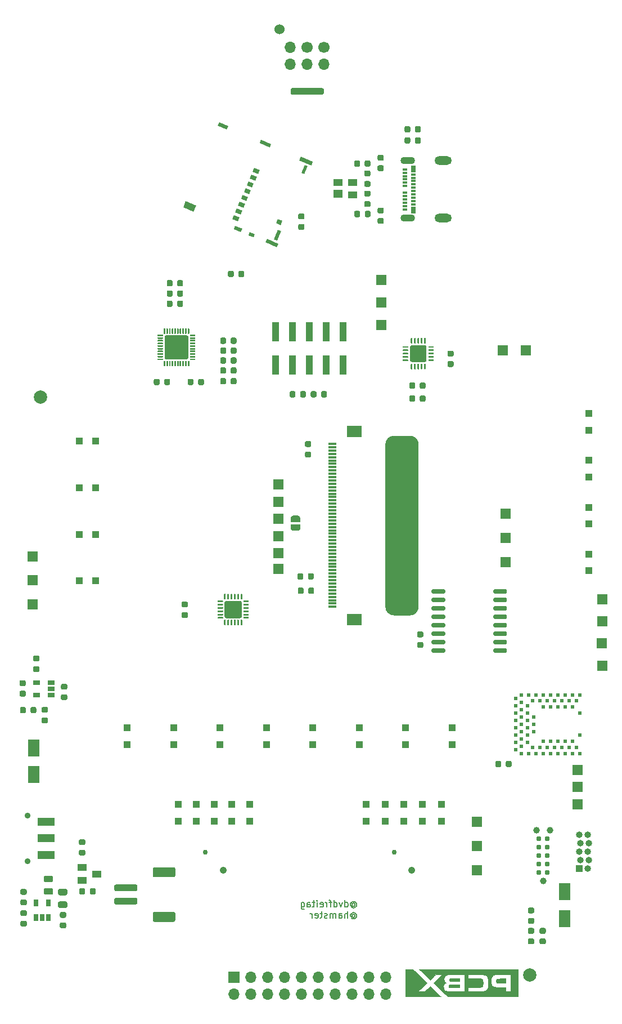
<source format=gbs>
G04 #@! TF.GenerationSoftware,KiCad,Pcbnew,(5.1.9)-1*
G04 #@! TF.CreationDate,2021-01-16T23:54:46-07:00*
G04 #@! TF.ProjectId,purplewizard,70757270-6c65-4776-997a-6172642e6b69,0.1*
G04 #@! TF.SameCoordinates,PX613b810PYa454c00*
G04 #@! TF.FileFunction,Soldermask,Bot*
G04 #@! TF.FilePolarity,Negative*
%FSLAX46Y46*%
G04 Gerber Fmt 4.6, Leading zero omitted, Abs format (unit mm)*
G04 Created by KiCad (PCBNEW (5.1.9)-1) date 2021-01-16 23:54:46*
%MOMM*%
%LPD*%
G01*
G04 APERTURE LIST*
%ADD10C,0.150000*%
%ADD11C,0.010000*%
%ADD12C,0.100000*%
%ADD13R,1.500000X1.500000*%
%ADD14C,1.700000*%
%ADD15O,1.700000X1.700000*%
%ADD16C,1.524000*%
%ADD17C,2.000000*%
%ADD18R,1.300000X0.300000*%
%ADD19R,2.200000X1.800000*%
%ADD20R,1.800000X2.500000*%
%ADD21C,0.900000*%
%ADD22R,2.500000X1.250000*%
%ADD23R,1.400000X1.000000*%
%ADD24R,1.400000X1.200000*%
%ADD25C,1.050000*%
%ADD26C,0.750000*%
%ADD27C,0.985520*%
%ADD28C,0.988060*%
%ADD29C,0.784860*%
%ADD30R,1.060000X0.650000*%
%ADD31R,1.000000X1.000000*%
%ADD32O,1.000000X1.000000*%
%ADD33R,0.650000X1.060000*%
%ADD34R,0.500000X0.500000*%
%ADD35O,2.600000X1.300000*%
%ADD36O,2.200000X1.100000*%
%ADD37R,0.700000X1.000000*%
%ADD38R,0.700000X0.300000*%
%ADD39R,1.700000X1.700000*%
%ADD40R,1.000000X3.000000*%
G04 APERTURE END LIST*
D10*
X52685357Y17208810D02*
X52732976Y17256429D01*
X52828214Y17304048D01*
X52923452Y17304048D01*
X53018690Y17256429D01*
X53066309Y17208810D01*
X53113928Y17113572D01*
X53113928Y17018334D01*
X53066309Y16923096D01*
X53018690Y16875477D01*
X52923452Y16827858D01*
X52828214Y16827858D01*
X52732976Y16875477D01*
X52685357Y16923096D01*
X52685357Y17304048D02*
X52685357Y16923096D01*
X52637738Y16875477D01*
X52590119Y16875477D01*
X52494880Y16923096D01*
X52447261Y17018334D01*
X52447261Y17256429D01*
X52542500Y17399286D01*
X52685357Y17494524D01*
X52875833Y17542143D01*
X53066309Y17494524D01*
X53209166Y17399286D01*
X53304404Y17256429D01*
X53352023Y17065953D01*
X53304404Y16875477D01*
X53209166Y16732620D01*
X53066309Y16637381D01*
X52875833Y16589762D01*
X52685357Y16637381D01*
X52542500Y16732620D01*
X51590119Y16732620D02*
X51590119Y17732620D01*
X51590119Y16780239D02*
X51685357Y16732620D01*
X51875833Y16732620D01*
X51971071Y16780239D01*
X52018690Y16827858D01*
X52066309Y16923096D01*
X52066309Y17208810D01*
X52018690Y17304048D01*
X51971071Y17351667D01*
X51875833Y17399286D01*
X51685357Y17399286D01*
X51590119Y17351667D01*
X51209166Y17399286D02*
X50971071Y16732620D01*
X50732976Y17399286D01*
X49923452Y16732620D02*
X49923452Y17732620D01*
X49923452Y16780239D02*
X50018690Y16732620D01*
X50209166Y16732620D01*
X50304404Y16780239D01*
X50352023Y16827858D01*
X50399642Y16923096D01*
X50399642Y17208810D01*
X50352023Y17304048D01*
X50304404Y17351667D01*
X50209166Y17399286D01*
X50018690Y17399286D01*
X49923452Y17351667D01*
X49590119Y17399286D02*
X49209166Y17399286D01*
X49447261Y16732620D02*
X49447261Y17589762D01*
X49399642Y17685000D01*
X49304404Y17732620D01*
X49209166Y17732620D01*
X48875833Y16732620D02*
X48875833Y17399286D01*
X48875833Y17208810D02*
X48828214Y17304048D01*
X48780595Y17351667D01*
X48685357Y17399286D01*
X48590119Y17399286D01*
X47875833Y16780239D02*
X47971071Y16732620D01*
X48161547Y16732620D01*
X48256785Y16780239D01*
X48304404Y16875477D01*
X48304404Y17256429D01*
X48256785Y17351667D01*
X48161547Y17399286D01*
X47971071Y17399286D01*
X47875833Y17351667D01*
X47828214Y17256429D01*
X47828214Y17161191D01*
X48304404Y17065953D01*
X47399642Y16732620D02*
X47399642Y17399286D01*
X47399642Y17732620D02*
X47447261Y17685000D01*
X47399642Y17637381D01*
X47352023Y17685000D01*
X47399642Y17732620D01*
X47399642Y17637381D01*
X47066309Y17399286D02*
X46685357Y17399286D01*
X46923452Y17732620D02*
X46923452Y16875477D01*
X46875833Y16780239D01*
X46780595Y16732620D01*
X46685357Y16732620D01*
X45923452Y16732620D02*
X45923452Y17256429D01*
X45971071Y17351667D01*
X46066309Y17399286D01*
X46256785Y17399286D01*
X46352023Y17351667D01*
X45923452Y16780239D02*
X46018690Y16732620D01*
X46256785Y16732620D01*
X46352023Y16780239D01*
X46399642Y16875477D01*
X46399642Y16970715D01*
X46352023Y17065953D01*
X46256785Y17113572D01*
X46018690Y17113572D01*
X45923452Y17161191D01*
X45018690Y17399286D02*
X45018690Y16589762D01*
X45066309Y16494524D01*
X45113928Y16446905D01*
X45209166Y16399286D01*
X45352023Y16399286D01*
X45447261Y16446905D01*
X45018690Y16780239D02*
X45113928Y16732620D01*
X45304404Y16732620D01*
X45399642Y16780239D01*
X45447261Y16827858D01*
X45494880Y16923096D01*
X45494880Y17208810D01*
X45447261Y17304048D01*
X45399642Y17351667D01*
X45304404Y17399286D01*
X45113928Y17399286D01*
X45018690Y17351667D01*
X52685357Y15558810D02*
X52732976Y15606429D01*
X52828214Y15654048D01*
X52923452Y15654048D01*
X53018690Y15606429D01*
X53066309Y15558810D01*
X53113928Y15463572D01*
X53113928Y15368334D01*
X53066309Y15273096D01*
X53018690Y15225477D01*
X52923452Y15177858D01*
X52828214Y15177858D01*
X52732976Y15225477D01*
X52685357Y15273096D01*
X52685357Y15654048D02*
X52685357Y15273096D01*
X52637738Y15225477D01*
X52590119Y15225477D01*
X52494880Y15273096D01*
X52447261Y15368334D01*
X52447261Y15606429D01*
X52542500Y15749286D01*
X52685357Y15844524D01*
X52875833Y15892143D01*
X53066309Y15844524D01*
X53209166Y15749286D01*
X53304404Y15606429D01*
X53352023Y15415953D01*
X53304404Y15225477D01*
X53209166Y15082620D01*
X53066309Y14987381D01*
X52875833Y14939762D01*
X52685357Y14987381D01*
X52542500Y15082620D01*
X52018690Y15082620D02*
X52018690Y16082620D01*
X51590119Y15082620D02*
X51590119Y15606429D01*
X51637738Y15701667D01*
X51732976Y15749286D01*
X51875833Y15749286D01*
X51971071Y15701667D01*
X52018690Y15654048D01*
X50685357Y15082620D02*
X50685357Y15606429D01*
X50732976Y15701667D01*
X50828214Y15749286D01*
X51018690Y15749286D01*
X51113928Y15701667D01*
X50685357Y15130239D02*
X50780595Y15082620D01*
X51018690Y15082620D01*
X51113928Y15130239D01*
X51161547Y15225477D01*
X51161547Y15320715D01*
X51113928Y15415953D01*
X51018690Y15463572D01*
X50780595Y15463572D01*
X50685357Y15511191D01*
X50209166Y15082620D02*
X50209166Y15749286D01*
X50209166Y15654048D02*
X50161547Y15701667D01*
X50066309Y15749286D01*
X49923452Y15749286D01*
X49828214Y15701667D01*
X49780595Y15606429D01*
X49780595Y15082620D01*
X49780595Y15606429D02*
X49732976Y15701667D01*
X49637738Y15749286D01*
X49494880Y15749286D01*
X49399642Y15701667D01*
X49352023Y15606429D01*
X49352023Y15082620D01*
X48923452Y15130239D02*
X48828214Y15082620D01*
X48637738Y15082620D01*
X48542500Y15130239D01*
X48494880Y15225477D01*
X48494880Y15273096D01*
X48542500Y15368334D01*
X48637738Y15415953D01*
X48780595Y15415953D01*
X48875833Y15463572D01*
X48923452Y15558810D01*
X48923452Y15606429D01*
X48875833Y15701667D01*
X48780595Y15749286D01*
X48637738Y15749286D01*
X48542500Y15701667D01*
X48209166Y15749286D02*
X47828214Y15749286D01*
X48066309Y16082620D02*
X48066309Y15225477D01*
X48018690Y15130239D01*
X47923452Y15082620D01*
X47828214Y15082620D01*
X47113928Y15130239D02*
X47209166Y15082620D01*
X47399642Y15082620D01*
X47494880Y15130239D01*
X47542500Y15225477D01*
X47542500Y15606429D01*
X47494880Y15701667D01*
X47399642Y15749286D01*
X47209166Y15749286D01*
X47113928Y15701667D01*
X47066309Y15606429D01*
X47066309Y15511191D01*
X47542500Y15415953D01*
X46637738Y15082620D02*
X46637738Y15749286D01*
X46637738Y15558810D02*
X46590119Y15654048D01*
X46542500Y15701667D01*
X46447261Y15749286D01*
X46352023Y15749286D01*
D11*
G36*
X75154291Y5961970D02*
G01*
X74962867Y5959729D01*
X74809215Y5956978D01*
X74688774Y5952908D01*
X74596984Y5946707D01*
X74529285Y5937566D01*
X74481115Y5924676D01*
X74447916Y5907225D01*
X74425126Y5884404D01*
X74408184Y5855403D01*
X74395791Y5827240D01*
X74374589Y5742325D01*
X74368094Y5636896D01*
X74376427Y5530176D01*
X74393486Y5457847D01*
X74409007Y5418210D01*
X74428662Y5386337D01*
X74456900Y5361386D01*
X74498168Y5342514D01*
X74556915Y5328877D01*
X74637589Y5319634D01*
X74744639Y5313942D01*
X74882512Y5310958D01*
X75055656Y5309839D01*
X75175458Y5309713D01*
X75784000Y5309680D01*
X75784000Y5968677D01*
X75154291Y5961970D01*
G37*
X75154291Y5961970D02*
X74962867Y5959729D01*
X74809215Y5956978D01*
X74688774Y5952908D01*
X74596984Y5946707D01*
X74529285Y5937566D01*
X74481115Y5924676D01*
X74447916Y5907225D01*
X74425126Y5884404D01*
X74408184Y5855403D01*
X74395791Y5827240D01*
X74374589Y5742325D01*
X74368094Y5636896D01*
X74376427Y5530176D01*
X74393486Y5457847D01*
X74409007Y5418210D01*
X74428662Y5386337D01*
X74456900Y5361386D01*
X74498168Y5342514D01*
X74556915Y5328877D01*
X74637589Y5319634D01*
X74744639Y5313942D01*
X74882512Y5310958D01*
X75055656Y5309839D01*
X75175458Y5309713D01*
X75784000Y5309680D01*
X75784000Y5968677D01*
X75154291Y5961970D01*
G36*
X70211029Y7381770D02*
G01*
X62776237Y7380708D01*
X63034178Y7133061D01*
X63111766Y7058343D01*
X63213959Y6959586D01*
X63335058Y6842316D01*
X63469367Y6712057D01*
X63611188Y6574332D01*
X63754823Y6434668D01*
X63855374Y6336780D01*
X64418630Y5788146D01*
X64528767Y5893425D01*
X64578859Y5941354D01*
X64652611Y6011979D01*
X64743127Y6098696D01*
X64843515Y6194901D01*
X64946879Y6293988D01*
X64952299Y6299184D01*
X65265694Y6599665D01*
X65735465Y6599364D01*
X66205237Y6599063D01*
X65557729Y5953857D01*
X64910221Y5308650D01*
X65968037Y4281991D01*
X67025853Y3255331D01*
X77645820Y3255331D01*
X77645820Y4037543D01*
X76566320Y4037543D01*
X76180029Y4043312D01*
X75793737Y4049081D01*
X75787888Y4359785D01*
X75782039Y4670488D01*
X74941222Y4677876D01*
X74729762Y4679816D01*
X74556189Y4681729D01*
X74416058Y4683867D01*
X74304922Y4686482D01*
X74218337Y4689825D01*
X74151857Y4694148D01*
X74101036Y4699705D01*
X74061429Y4706745D01*
X74028590Y4715521D01*
X73998074Y4726286D01*
X73983124Y4732162D01*
X73868433Y4795499D01*
X73766035Y4884275D01*
X73689896Y4986011D01*
X73681622Y5001581D01*
X73635095Y5125454D01*
X73601547Y5279129D01*
X73591201Y5367458D01*
X73151563Y5367458D01*
X73151245Y5200734D01*
X73148080Y5038843D01*
X73142074Y4889463D01*
X73133234Y4760275D01*
X73121567Y4658959D01*
X73109105Y4599415D01*
X73038326Y4427680D01*
X72939859Y4287493D01*
X72812719Y4178001D01*
X72655921Y4098353D01*
X72471214Y4048190D01*
X72418680Y4041342D01*
X72340731Y4035529D01*
X72234924Y4030694D01*
X72098814Y4026781D01*
X71929954Y4023732D01*
X71725901Y4021490D01*
X71484209Y4019999D01*
X71227029Y4019242D01*
X70131654Y4017331D01*
X70131654Y4038498D01*
X69623654Y4038498D01*
X68380112Y4038917D01*
X68138193Y4039359D01*
X67908613Y4040476D01*
X67695333Y4042209D01*
X67502314Y4044496D01*
X67333516Y4047275D01*
X67192901Y4050488D01*
X67084429Y4054072D01*
X67012060Y4057966D01*
X66988404Y4060313D01*
X66810810Y4100427D01*
X66666581Y4166328D01*
X66554882Y4258983D01*
X66474883Y4379359D01*
X66425748Y4528426D01*
X66406647Y4707149D01*
X66406320Y4736520D01*
X66420382Y4915929D01*
X66462518Y5063907D01*
X66532653Y5180322D01*
X66630711Y5265040D01*
X66730774Y5310405D01*
X66831451Y5342537D01*
X66724728Y5411691D01*
X66620547Y5496930D01*
X66549765Y5598956D01*
X66508604Y5724669D01*
X66495396Y5830388D01*
X66499849Y6016293D01*
X66538378Y6177671D01*
X66610625Y6313931D01*
X66716231Y6424484D01*
X66854838Y6508738D01*
X66924904Y6536879D01*
X67073070Y6588784D01*
X69623654Y6601800D01*
X69623654Y4038498D01*
X70131654Y4038498D01*
X70131654Y4648927D01*
X71078862Y4657220D01*
X71315228Y4659421D01*
X71513149Y4661771D01*
X71676516Y4664641D01*
X71809215Y4668402D01*
X71915136Y4673426D01*
X71998168Y4680082D01*
X72062199Y4688741D01*
X72111118Y4699775D01*
X72148813Y4713553D01*
X72179173Y4730447D01*
X72206087Y4750828D01*
X72223873Y4766389D01*
X72266883Y4809848D01*
X72298386Y4856308D01*
X72320394Y4913422D01*
X72334921Y4988843D01*
X72343978Y5090223D01*
X72349577Y5225215D01*
X72350188Y5246814D01*
X72351527Y5437507D01*
X72343116Y5590938D01*
X72323532Y5711347D01*
X72291353Y5802978D01*
X72245158Y5870075D01*
X72183523Y5916878D01*
X72116391Y5944345D01*
X72079140Y5951666D01*
X72017364Y5958018D01*
X71928387Y5963493D01*
X71809531Y5968184D01*
X71658120Y5972184D01*
X71471476Y5975584D01*
X71246923Y5978476D01*
X71078862Y5980132D01*
X70131654Y5988574D01*
X70131654Y6620831D01*
X71176631Y6620831D01*
X71430809Y6620581D01*
X71646476Y6619766D01*
X71827453Y6618286D01*
X71977559Y6616042D01*
X72100616Y6612938D01*
X72200442Y6608873D01*
X72280859Y6603749D01*
X72345687Y6597467D01*
X72398745Y6589930D01*
X72403175Y6589169D01*
X72594383Y6546314D01*
X72749412Y6488685D01*
X72872998Y6412368D01*
X72969878Y6313447D01*
X73044791Y6188006D01*
X73102473Y6032130D01*
X73110237Y6004772D01*
X73124245Y5929082D01*
X73135376Y5819826D01*
X73143635Y5684684D01*
X73149028Y5531334D01*
X73151563Y5367458D01*
X73591201Y5367458D01*
X73581297Y5452009D01*
X73574667Y5633500D01*
X73581976Y5813006D01*
X73603546Y5979932D01*
X73639697Y6123683D01*
X73647048Y6144340D01*
X73714988Y6277176D01*
X73808594Y6389780D01*
X73919165Y6471894D01*
X73929627Y6477426D01*
X73974284Y6499893D01*
X74015940Y6519023D01*
X74058308Y6535112D01*
X74105099Y6548456D01*
X74160026Y6559350D01*
X74226800Y6568089D01*
X74309134Y6574968D01*
X74410739Y6580282D01*
X74535329Y6584328D01*
X74686614Y6587400D01*
X74868307Y6589793D01*
X75084119Y6591804D01*
X75337764Y6593726D01*
X75396862Y6594152D01*
X76566320Y6602540D01*
X76566320Y4037543D01*
X77645820Y4037543D01*
X77645820Y7382831D01*
X70211029Y7381770D01*
G37*
X70211029Y7381770D02*
X62776237Y7380708D01*
X63034178Y7133061D01*
X63111766Y7058343D01*
X63213959Y6959586D01*
X63335058Y6842316D01*
X63469367Y6712057D01*
X63611188Y6574332D01*
X63754823Y6434668D01*
X63855374Y6336780D01*
X64418630Y5788146D01*
X64528767Y5893425D01*
X64578859Y5941354D01*
X64652611Y6011979D01*
X64743127Y6098696D01*
X64843515Y6194901D01*
X64946879Y6293988D01*
X64952299Y6299184D01*
X65265694Y6599665D01*
X65735465Y6599364D01*
X66205237Y6599063D01*
X65557729Y5953857D01*
X64910221Y5308650D01*
X65968037Y4281991D01*
X67025853Y3255331D01*
X77645820Y3255331D01*
X77645820Y4037543D01*
X76566320Y4037543D01*
X76180029Y4043312D01*
X75793737Y4049081D01*
X75787888Y4359785D01*
X75782039Y4670488D01*
X74941222Y4677876D01*
X74729762Y4679816D01*
X74556189Y4681729D01*
X74416058Y4683867D01*
X74304922Y4686482D01*
X74218337Y4689825D01*
X74151857Y4694148D01*
X74101036Y4699705D01*
X74061429Y4706745D01*
X74028590Y4715521D01*
X73998074Y4726286D01*
X73983124Y4732162D01*
X73868433Y4795499D01*
X73766035Y4884275D01*
X73689896Y4986011D01*
X73681622Y5001581D01*
X73635095Y5125454D01*
X73601547Y5279129D01*
X73591201Y5367458D01*
X73151563Y5367458D01*
X73151245Y5200734D01*
X73148080Y5038843D01*
X73142074Y4889463D01*
X73133234Y4760275D01*
X73121567Y4658959D01*
X73109105Y4599415D01*
X73038326Y4427680D01*
X72939859Y4287493D01*
X72812719Y4178001D01*
X72655921Y4098353D01*
X72471214Y4048190D01*
X72418680Y4041342D01*
X72340731Y4035529D01*
X72234924Y4030694D01*
X72098814Y4026781D01*
X71929954Y4023732D01*
X71725901Y4021490D01*
X71484209Y4019999D01*
X71227029Y4019242D01*
X70131654Y4017331D01*
X70131654Y4038498D01*
X69623654Y4038498D01*
X68380112Y4038917D01*
X68138193Y4039359D01*
X67908613Y4040476D01*
X67695333Y4042209D01*
X67502314Y4044496D01*
X67333516Y4047275D01*
X67192901Y4050488D01*
X67084429Y4054072D01*
X67012060Y4057966D01*
X66988404Y4060313D01*
X66810810Y4100427D01*
X66666581Y4166328D01*
X66554882Y4258983D01*
X66474883Y4379359D01*
X66425748Y4528426D01*
X66406647Y4707149D01*
X66406320Y4736520D01*
X66420382Y4915929D01*
X66462518Y5063907D01*
X66532653Y5180322D01*
X66630711Y5265040D01*
X66730774Y5310405D01*
X66831451Y5342537D01*
X66724728Y5411691D01*
X66620547Y5496930D01*
X66549765Y5598956D01*
X66508604Y5724669D01*
X66495396Y5830388D01*
X66499849Y6016293D01*
X66538378Y6177671D01*
X66610625Y6313931D01*
X66716231Y6424484D01*
X66854838Y6508738D01*
X66924904Y6536879D01*
X67073070Y6588784D01*
X69623654Y6601800D01*
X69623654Y4038498D01*
X70131654Y4038498D01*
X70131654Y4648927D01*
X71078862Y4657220D01*
X71315228Y4659421D01*
X71513149Y4661771D01*
X71676516Y4664641D01*
X71809215Y4668402D01*
X71915136Y4673426D01*
X71998168Y4680082D01*
X72062199Y4688741D01*
X72111118Y4699775D01*
X72148813Y4713553D01*
X72179173Y4730447D01*
X72206087Y4750828D01*
X72223873Y4766389D01*
X72266883Y4809848D01*
X72298386Y4856308D01*
X72320394Y4913422D01*
X72334921Y4988843D01*
X72343978Y5090223D01*
X72349577Y5225215D01*
X72350188Y5246814D01*
X72351527Y5437507D01*
X72343116Y5590938D01*
X72323532Y5711347D01*
X72291353Y5802978D01*
X72245158Y5870075D01*
X72183523Y5916878D01*
X72116391Y5944345D01*
X72079140Y5951666D01*
X72017364Y5958018D01*
X71928387Y5963493D01*
X71809531Y5968184D01*
X71658120Y5972184D01*
X71471476Y5975584D01*
X71246923Y5978476D01*
X71078862Y5980132D01*
X70131654Y5988574D01*
X70131654Y6620831D01*
X71176631Y6620831D01*
X71430809Y6620581D01*
X71646476Y6619766D01*
X71827453Y6618286D01*
X71977559Y6616042D01*
X72100616Y6612938D01*
X72200442Y6608873D01*
X72280859Y6603749D01*
X72345687Y6597467D01*
X72398745Y6589930D01*
X72403175Y6589169D01*
X72594383Y6546314D01*
X72749412Y6488685D01*
X72872998Y6412368D01*
X72969878Y6313447D01*
X73044791Y6188006D01*
X73102473Y6032130D01*
X73110237Y6004772D01*
X73124245Y5929082D01*
X73135376Y5819826D01*
X73143635Y5684684D01*
X73149028Y5531334D01*
X73151563Y5367458D01*
X73591201Y5367458D01*
X73581297Y5452009D01*
X73574667Y5633500D01*
X73581976Y5813006D01*
X73603546Y5979932D01*
X73639697Y6123683D01*
X73647048Y6144340D01*
X73714988Y6277176D01*
X73808594Y6389780D01*
X73919165Y6471894D01*
X73929627Y6477426D01*
X73974284Y6499893D01*
X74015940Y6519023D01*
X74058308Y6535112D01*
X74105099Y6548456D01*
X74160026Y6559350D01*
X74226800Y6568089D01*
X74309134Y6574968D01*
X74410739Y6580282D01*
X74535329Y6584328D01*
X74686614Y6587400D01*
X74868307Y6589793D01*
X75084119Y6591804D01*
X75337764Y6593726D01*
X75396862Y6594152D01*
X76566320Y6602540D01*
X76566320Y4037543D01*
X77645820Y4037543D01*
X77645820Y7382831D01*
X70211029Y7381770D01*
G36*
X67264301Y5024045D02*
G01*
X67232600Y4983968D01*
X67216926Y4935724D01*
X67212378Y4863255D01*
X67212347Y4853750D01*
X67216024Y4777864D01*
X67230323Y4727862D01*
X67260142Y4687685D01*
X67264301Y4683454D01*
X67316256Y4631500D01*
X68842180Y4631500D01*
X68842180Y5076000D01*
X67316256Y5076000D01*
X67264301Y5024045D01*
G37*
X67264301Y5024045D02*
X67232600Y4983968D01*
X67216926Y4935724D01*
X67212378Y4863255D01*
X67212347Y4853750D01*
X67216024Y4777864D01*
X67230323Y4727862D01*
X67260142Y4687685D01*
X67264301Y4683454D01*
X67316256Y4631500D01*
X68842180Y4631500D01*
X68842180Y5076000D01*
X67316256Y5076000D01*
X67264301Y5024045D01*
G36*
X62242633Y6481859D02*
G01*
X62242184Y6469031D01*
X62263252Y6441079D01*
X62288615Y6437525D01*
X62300833Y6460653D01*
X62283791Y6489811D01*
X62267319Y6494166D01*
X62242633Y6481859D01*
G37*
X62242633Y6481859D02*
X62242184Y6469031D01*
X62263252Y6441079D01*
X62288615Y6437525D01*
X62300833Y6460653D01*
X62283791Y6489811D01*
X62267319Y6494166D01*
X62242633Y6481859D01*
G36*
X62206874Y6567576D02*
G01*
X62156403Y6516158D01*
X62132722Y6436912D01*
X62131500Y6410845D01*
X62147124Y6333955D01*
X62187743Y6277787D01*
X62243979Y6246610D01*
X62306453Y6244692D01*
X62365785Y6276303D01*
X62383964Y6295938D01*
X62410348Y6348011D01*
X62361512Y6348011D01*
X62354243Y6314012D01*
X62336186Y6303738D01*
X62333689Y6303666D01*
X62306618Y6321362D01*
X62300833Y6346000D01*
X62292993Y6380410D01*
X62282135Y6388333D01*
X62262373Y6370718D01*
X62252367Y6346000D01*
X62233720Y6311646D01*
X62218148Y6303666D01*
X62198394Y6319151D01*
X62197581Y6351131D01*
X62215733Y6377482D01*
X62223607Y6404189D01*
X62212392Y6428844D01*
X62195618Y6481855D01*
X62215433Y6518961D01*
X62267079Y6533349D01*
X62284813Y6532560D01*
X62325055Y6526375D01*
X62346312Y6510332D01*
X62355815Y6473128D01*
X62360148Y6414791D01*
X62361512Y6348011D01*
X62410348Y6348011D01*
X62420972Y6368978D01*
X62426613Y6444428D01*
X62404476Y6512311D01*
X62358151Y6562647D01*
X62291227Y6585458D01*
X62279666Y6585889D01*
X62206874Y6567576D01*
G37*
X62206874Y6567576D02*
X62156403Y6516158D01*
X62132722Y6436912D01*
X62131500Y6410845D01*
X62147124Y6333955D01*
X62187743Y6277787D01*
X62243979Y6246610D01*
X62306453Y6244692D01*
X62365785Y6276303D01*
X62383964Y6295938D01*
X62410348Y6348011D01*
X62361512Y6348011D01*
X62354243Y6314012D01*
X62336186Y6303738D01*
X62333689Y6303666D01*
X62306618Y6321362D01*
X62300833Y6346000D01*
X62292993Y6380410D01*
X62282135Y6388333D01*
X62262373Y6370718D01*
X62252367Y6346000D01*
X62233720Y6311646D01*
X62218148Y6303666D01*
X62198394Y6319151D01*
X62197581Y6351131D01*
X62215733Y6377482D01*
X62223607Y6404189D01*
X62212392Y6428844D01*
X62195618Y6481855D01*
X62215433Y6518961D01*
X62267079Y6533349D01*
X62284813Y6532560D01*
X62325055Y6526375D01*
X62346312Y6510332D01*
X62355815Y6473128D01*
X62360148Y6414791D01*
X62361512Y6348011D01*
X62410348Y6348011D01*
X62420972Y6368978D01*
X62426613Y6444428D01*
X62404476Y6512311D01*
X62358151Y6562647D01*
X62291227Y6585458D01*
X62279666Y6585889D01*
X62206874Y6567576D01*
G36*
X67411284Y6013774D02*
G01*
X67356689Y5962460D01*
X67315716Y5898691D01*
X67298501Y5817080D01*
X67305324Y5733409D01*
X67336466Y5663461D01*
X67351083Y5647047D01*
X67365208Y5634709D01*
X67381523Y5624800D01*
X67404495Y5617053D01*
X67438593Y5611203D01*
X67488284Y5606984D01*
X67558038Y5604128D01*
X67652322Y5602371D01*
X67775605Y5601445D01*
X67932354Y5601085D01*
X68123666Y5601024D01*
X68847260Y5601024D01*
X68847260Y6025960D01*
X67411284Y6013774D01*
G37*
X67411284Y6013774D02*
X67356689Y5962460D01*
X67315716Y5898691D01*
X67298501Y5817080D01*
X67305324Y5733409D01*
X67336466Y5663461D01*
X67351083Y5647047D01*
X67365208Y5634709D01*
X67381523Y5624800D01*
X67404495Y5617053D01*
X67438593Y5611203D01*
X67488284Y5606984D01*
X67558038Y5604128D01*
X67652322Y5602371D01*
X67775605Y5601445D01*
X67932354Y5601085D01*
X68123666Y5601024D01*
X68847260Y5601024D01*
X68847260Y6025960D01*
X67411284Y6013774D01*
G36*
X60713333Y3255666D02*
G01*
X63359166Y3255666D01*
X63690106Y3255713D01*
X64009104Y3255848D01*
X64313625Y3256067D01*
X64601135Y3256364D01*
X64869099Y3256732D01*
X65114982Y3257167D01*
X65336250Y3257662D01*
X65530368Y3258213D01*
X65694802Y3258812D01*
X65827016Y3259456D01*
X65924477Y3260137D01*
X65984649Y3260851D01*
X66005000Y3261584D01*
X65990345Y3277096D01*
X65948243Y3319474D01*
X65881483Y3385957D01*
X65792858Y3473787D01*
X65685159Y3580202D01*
X65561176Y3702443D01*
X65423701Y3837750D01*
X65275526Y3983363D01*
X65209808Y4047876D01*
X64414616Y4828250D01*
X64017916Y4433542D01*
X63621215Y4038833D01*
X63114483Y4039068D01*
X62607750Y4039304D01*
X62851166Y4278070D01*
X62936502Y4361454D01*
X63044669Y4466654D01*
X63167946Y4586188D01*
X63298608Y4712572D01*
X63428933Y4838323D01*
X63507333Y4913802D01*
X63920083Y5310767D01*
X62873421Y6346967D01*
X62805556Y6414154D01*
X62465382Y6414154D01*
X62454868Y6337518D01*
X62417503Y6270237D01*
X62366703Y6229576D01*
X62307657Y6203670D01*
X62258398Y6203268D01*
X62204992Y6223121D01*
X62142260Y6273013D01*
X62102795Y6347201D01*
X62090703Y6432235D01*
X62110086Y6514664D01*
X62113791Y6522016D01*
X62164110Y6586185D01*
X62233184Y6616308D01*
X62281269Y6620493D01*
X62356987Y6603315D01*
X62414324Y6556740D01*
X62451161Y6490457D01*
X62465382Y6414154D01*
X62805556Y6414154D01*
X61826759Y7383166D01*
X60713333Y7383166D01*
X60713333Y3255666D01*
G37*
X60713333Y3255666D02*
X63359166Y3255666D01*
X63690106Y3255713D01*
X64009104Y3255848D01*
X64313625Y3256067D01*
X64601135Y3256364D01*
X64869099Y3256732D01*
X65114982Y3257167D01*
X65336250Y3257662D01*
X65530368Y3258213D01*
X65694802Y3258812D01*
X65827016Y3259456D01*
X65924477Y3260137D01*
X65984649Y3260851D01*
X66005000Y3261584D01*
X65990345Y3277096D01*
X65948243Y3319474D01*
X65881483Y3385957D01*
X65792858Y3473787D01*
X65685159Y3580202D01*
X65561176Y3702443D01*
X65423701Y3837750D01*
X65275526Y3983363D01*
X65209808Y4047876D01*
X64414616Y4828250D01*
X64017916Y4433542D01*
X63621215Y4038833D01*
X63114483Y4039068D01*
X62607750Y4039304D01*
X62851166Y4278070D01*
X62936502Y4361454D01*
X63044669Y4466654D01*
X63167946Y4586188D01*
X63298608Y4712572D01*
X63428933Y4838323D01*
X63507333Y4913802D01*
X63920083Y5310767D01*
X62873421Y6346967D01*
X62805556Y6414154D01*
X62465382Y6414154D01*
X62454868Y6337518D01*
X62417503Y6270237D01*
X62366703Y6229576D01*
X62307657Y6203670D01*
X62258398Y6203268D01*
X62204992Y6223121D01*
X62142260Y6273013D01*
X62102795Y6347201D01*
X62090703Y6432235D01*
X62110086Y6514664D01*
X62113791Y6522016D01*
X62164110Y6586185D01*
X62233184Y6616308D01*
X62281269Y6620493D01*
X62356987Y6603315D01*
X62414324Y6556740D01*
X62451161Y6490457D01*
X62465382Y6414154D01*
X62805556Y6414154D01*
X61826759Y7383166D01*
X60713333Y7383166D01*
X60713333Y3255666D01*
D12*
G36*
X28799600Y121208932D02*
G01*
X27234742Y121873175D01*
X27629380Y122802884D01*
X29194238Y122138641D01*
X28799600Y121208932D01*
G37*
G36*
X35933513Y118180765D02*
G01*
X34874933Y118630106D01*
X35078113Y119108769D01*
X36136693Y118659428D01*
X35933513Y118180765D01*
G37*
G36*
X37820548Y117379766D02*
G01*
X37065734Y117700166D01*
X37268914Y118178828D01*
X38023728Y117858428D01*
X37820548Y117379766D01*
G37*
G36*
X41318467Y115894988D02*
G01*
X39615533Y116617840D01*
X39838249Y117142528D01*
X41541183Y116419676D01*
X41318467Y115894988D01*
G37*
G36*
X41421324Y116905097D02*
G01*
X40915047Y117119999D01*
X41520680Y118546781D01*
X42026957Y118331879D01*
X41421324Y116905097D01*
G37*
G36*
X41867568Y119236034D02*
G01*
X41223214Y119509546D01*
X41496726Y120153900D01*
X42141080Y119880388D01*
X41867568Y119236034D01*
G37*
G36*
X45465197Y126866948D02*
G01*
X45050970Y127042777D01*
X45558921Y128239434D01*
X45973148Y128063605D01*
X45465197Y126866948D01*
G37*
G36*
X46542541Y128202138D02*
G01*
X44738352Y128967971D01*
X44961069Y129492658D01*
X46765258Y128726825D01*
X46542541Y128202138D01*
G37*
G36*
X40302644Y130905135D02*
G01*
X38783811Y131549841D01*
X38986992Y132028503D01*
X40505825Y131383797D01*
X40302644Y130905135D01*
G37*
G36*
X33793549Y133613764D02*
G01*
X32458817Y134180324D01*
X32681533Y134705012D01*
X34016265Y134138452D01*
X33793549Y133613764D01*
G37*
G36*
X35482748Y119806099D02*
G01*
X34654294Y120157757D01*
X34904362Y120746881D01*
X35732816Y120395223D01*
X35482748Y119806099D01*
G37*
G36*
X35912552Y120818654D02*
G01*
X35084098Y121170312D01*
X35334166Y121759436D01*
X36162620Y121407778D01*
X35912552Y120818654D01*
G37*
G36*
X36342356Y121831209D02*
G01*
X35513902Y122182867D01*
X35763970Y122771991D01*
X36592424Y122420333D01*
X36342356Y121831209D01*
G37*
G36*
X36772160Y122843765D02*
G01*
X35943706Y123195423D01*
X36193774Y123784547D01*
X37022228Y123432889D01*
X36772160Y122843765D01*
G37*
G36*
X37201965Y123856320D02*
G01*
X36373511Y124207978D01*
X36623579Y124797102D01*
X37452033Y124445444D01*
X37201965Y123856320D01*
G37*
G36*
X37631769Y124868875D02*
G01*
X36803315Y125220533D01*
X37053383Y125809657D01*
X37881837Y125457999D01*
X37631769Y124868875D01*
G37*
G36*
X38061573Y125881431D02*
G01*
X37233119Y126233089D01*
X37483187Y126822213D01*
X38311641Y126470555D01*
X38061573Y125881431D01*
G37*
G36*
X38491377Y126893986D02*
G01*
X37662923Y127245644D01*
X37912991Y127834768D01*
X38741445Y127483110D01*
X38491377Y126893986D01*
G37*
D13*
X41600000Y80250000D03*
X41600000Y75070000D03*
G36*
G01*
X44445000Y66163750D02*
X44445000Y66676250D01*
G75*
G02*
X44663750Y66895000I218750J0D01*
G01*
X45101250Y66895000D01*
G75*
G02*
X45320000Y66676250I0J-218750D01*
G01*
X45320000Y66163750D01*
G75*
G02*
X45101250Y65945000I-218750J0D01*
G01*
X44663750Y65945000D01*
G75*
G02*
X44445000Y66163750I0J218750D01*
G01*
G37*
G36*
G01*
X46020000Y66163750D02*
X46020000Y66676250D01*
G75*
G02*
X46238750Y66895000I218750J0D01*
G01*
X46676250Y66895000D01*
G75*
G02*
X46895000Y66676250I0J-218750D01*
G01*
X46895000Y66163750D01*
G75*
G02*
X46676250Y65945000I-218750J0D01*
G01*
X46238750Y65945000D01*
G75*
G02*
X46020000Y66163750I0J218750D01*
G01*
G37*
D12*
G36*
X44899398Y73770000D02*
G01*
X44899398Y73745466D01*
X44894588Y73696635D01*
X44885016Y73648510D01*
X44870772Y73601555D01*
X44851995Y73556222D01*
X44828864Y73512949D01*
X44801604Y73472150D01*
X44770476Y73434221D01*
X44735779Y73399524D01*
X44697850Y73368396D01*
X44657051Y73341136D01*
X44613778Y73318005D01*
X44568445Y73299228D01*
X44521490Y73284984D01*
X44473365Y73275412D01*
X44424534Y73270602D01*
X44400000Y73270602D01*
X44400000Y73270000D01*
X43900000Y73270000D01*
X43900000Y73270602D01*
X43875466Y73270602D01*
X43826635Y73275412D01*
X43778510Y73284984D01*
X43731555Y73299228D01*
X43686222Y73318005D01*
X43642949Y73341136D01*
X43602150Y73368396D01*
X43564221Y73399524D01*
X43529524Y73434221D01*
X43498396Y73472150D01*
X43471136Y73512949D01*
X43448005Y73556222D01*
X43429228Y73601555D01*
X43414984Y73648510D01*
X43405412Y73696635D01*
X43400602Y73745466D01*
X43400602Y73770000D01*
X43400000Y73770000D01*
X43400000Y74270000D01*
X44900000Y74270000D01*
X44900000Y73770000D01*
X44899398Y73770000D01*
G37*
G36*
X43400000Y74570000D02*
G01*
X43400000Y75070000D01*
X43400602Y75070000D01*
X43400602Y75094534D01*
X43405412Y75143365D01*
X43414984Y75191490D01*
X43429228Y75238445D01*
X43448005Y75283778D01*
X43471136Y75327051D01*
X43498396Y75367850D01*
X43529524Y75405779D01*
X43564221Y75440476D01*
X43602150Y75471604D01*
X43642949Y75498864D01*
X43686222Y75521995D01*
X43731555Y75540772D01*
X43778510Y75555016D01*
X43826635Y75564588D01*
X43875466Y75569398D01*
X43900000Y75569398D01*
X43900000Y75570000D01*
X44400000Y75570000D01*
X44400000Y75569398D01*
X44424534Y75569398D01*
X44473365Y75564588D01*
X44521490Y75555016D01*
X44568445Y75540772D01*
X44613778Y75521995D01*
X44657051Y75498864D01*
X44697850Y75471604D01*
X44735779Y75440476D01*
X44770476Y75405779D01*
X44801604Y75367850D01*
X44828864Y75327051D01*
X44851995Y75283778D01*
X44870772Y75238445D01*
X44885016Y75191490D01*
X44894588Y75143365D01*
X44899398Y75094534D01*
X44899398Y75070000D01*
X44900000Y75070000D01*
X44900000Y74570000D01*
X43400000Y74570000D01*
G37*
D13*
X41600000Y67560000D03*
G36*
G01*
X43420660Y139084240D02*
X43420660Y139584240D01*
G75*
G02*
X43670660Y139834240I250000J0D01*
G01*
X48170660Y139834240D01*
G75*
G02*
X48420660Y139584240I0J-250000D01*
G01*
X48420660Y139084240D01*
G75*
G02*
X48170660Y138834240I-250000J0D01*
G01*
X43670660Y138834240D01*
G75*
G02*
X43420660Y139084240I0J250000D01*
G01*
G37*
D14*
X48463200Y145923000D03*
D15*
X48463200Y143383000D03*
D16*
X41727120Y148648420D03*
D14*
X45923200Y145923000D03*
D15*
X45923200Y143383000D03*
X43383200Y145923000D03*
X43383200Y143383000D03*
D17*
X79420000Y6530000D03*
X5720000Y93340000D03*
G36*
G01*
X24430000Y99299998D02*
X24430000Y102400002D01*
G75*
G02*
X24679998Y102650000I249998J0D01*
G01*
X27780002Y102650000D01*
G75*
G02*
X28030000Y102400002I0J-249998D01*
G01*
X28030000Y99299998D01*
G75*
G02*
X27780002Y99050000I-249998J0D01*
G01*
X24679998Y99050000D01*
G75*
G02*
X24430000Y99299998I0J249998D01*
G01*
G37*
G36*
G01*
X23380000Y98987500D02*
X23380000Y99112500D01*
G75*
G02*
X23442500Y99175000I62500J0D01*
G01*
X24142500Y99175000D01*
G75*
G02*
X24205000Y99112500I0J-62500D01*
G01*
X24205000Y98987500D01*
G75*
G02*
X24142500Y98925000I-62500J0D01*
G01*
X23442500Y98925000D01*
G75*
G02*
X23380000Y98987500I0J62500D01*
G01*
G37*
G36*
G01*
X23380000Y99387500D02*
X23380000Y99512500D01*
G75*
G02*
X23442500Y99575000I62500J0D01*
G01*
X24142500Y99575000D01*
G75*
G02*
X24205000Y99512500I0J-62500D01*
G01*
X24205000Y99387500D01*
G75*
G02*
X24142500Y99325000I-62500J0D01*
G01*
X23442500Y99325000D01*
G75*
G02*
X23380000Y99387500I0J62500D01*
G01*
G37*
G36*
G01*
X23380000Y99787500D02*
X23380000Y99912500D01*
G75*
G02*
X23442500Y99975000I62500J0D01*
G01*
X24142500Y99975000D01*
G75*
G02*
X24205000Y99912500I0J-62500D01*
G01*
X24205000Y99787500D01*
G75*
G02*
X24142500Y99725000I-62500J0D01*
G01*
X23442500Y99725000D01*
G75*
G02*
X23380000Y99787500I0J62500D01*
G01*
G37*
G36*
G01*
X23380000Y100187500D02*
X23380000Y100312500D01*
G75*
G02*
X23442500Y100375000I62500J0D01*
G01*
X24142500Y100375000D01*
G75*
G02*
X24205000Y100312500I0J-62500D01*
G01*
X24205000Y100187500D01*
G75*
G02*
X24142500Y100125000I-62500J0D01*
G01*
X23442500Y100125000D01*
G75*
G02*
X23380000Y100187500I0J62500D01*
G01*
G37*
G36*
G01*
X23380000Y100587500D02*
X23380000Y100712500D01*
G75*
G02*
X23442500Y100775000I62500J0D01*
G01*
X24142500Y100775000D01*
G75*
G02*
X24205000Y100712500I0J-62500D01*
G01*
X24205000Y100587500D01*
G75*
G02*
X24142500Y100525000I-62500J0D01*
G01*
X23442500Y100525000D01*
G75*
G02*
X23380000Y100587500I0J62500D01*
G01*
G37*
G36*
G01*
X23380000Y100987500D02*
X23380000Y101112500D01*
G75*
G02*
X23442500Y101175000I62500J0D01*
G01*
X24142500Y101175000D01*
G75*
G02*
X24205000Y101112500I0J-62500D01*
G01*
X24205000Y100987500D01*
G75*
G02*
X24142500Y100925000I-62500J0D01*
G01*
X23442500Y100925000D01*
G75*
G02*
X23380000Y100987500I0J62500D01*
G01*
G37*
G36*
G01*
X23380000Y101387500D02*
X23380000Y101512500D01*
G75*
G02*
X23442500Y101575000I62500J0D01*
G01*
X24142500Y101575000D01*
G75*
G02*
X24205000Y101512500I0J-62500D01*
G01*
X24205000Y101387500D01*
G75*
G02*
X24142500Y101325000I-62500J0D01*
G01*
X23442500Y101325000D01*
G75*
G02*
X23380000Y101387500I0J62500D01*
G01*
G37*
G36*
G01*
X23380000Y101787500D02*
X23380000Y101912500D01*
G75*
G02*
X23442500Y101975000I62500J0D01*
G01*
X24142500Y101975000D01*
G75*
G02*
X24205000Y101912500I0J-62500D01*
G01*
X24205000Y101787500D01*
G75*
G02*
X24142500Y101725000I-62500J0D01*
G01*
X23442500Y101725000D01*
G75*
G02*
X23380000Y101787500I0J62500D01*
G01*
G37*
G36*
G01*
X23380000Y102187500D02*
X23380000Y102312500D01*
G75*
G02*
X23442500Y102375000I62500J0D01*
G01*
X24142500Y102375000D01*
G75*
G02*
X24205000Y102312500I0J-62500D01*
G01*
X24205000Y102187500D01*
G75*
G02*
X24142500Y102125000I-62500J0D01*
G01*
X23442500Y102125000D01*
G75*
G02*
X23380000Y102187500I0J62500D01*
G01*
G37*
G36*
G01*
X23380000Y102587500D02*
X23380000Y102712500D01*
G75*
G02*
X23442500Y102775000I62500J0D01*
G01*
X24142500Y102775000D01*
G75*
G02*
X24205000Y102712500I0J-62500D01*
G01*
X24205000Y102587500D01*
G75*
G02*
X24142500Y102525000I-62500J0D01*
G01*
X23442500Y102525000D01*
G75*
G02*
X23380000Y102587500I0J62500D01*
G01*
G37*
G36*
G01*
X24305000Y102937500D02*
X24305000Y103637500D01*
G75*
G02*
X24367500Y103700000I62500J0D01*
G01*
X24492500Y103700000D01*
G75*
G02*
X24555000Y103637500I0J-62500D01*
G01*
X24555000Y102937500D01*
G75*
G02*
X24492500Y102875000I-62500J0D01*
G01*
X24367500Y102875000D01*
G75*
G02*
X24305000Y102937500I0J62500D01*
G01*
G37*
G36*
G01*
X24705000Y102937500D02*
X24705000Y103637500D01*
G75*
G02*
X24767500Y103700000I62500J0D01*
G01*
X24892500Y103700000D01*
G75*
G02*
X24955000Y103637500I0J-62500D01*
G01*
X24955000Y102937500D01*
G75*
G02*
X24892500Y102875000I-62500J0D01*
G01*
X24767500Y102875000D01*
G75*
G02*
X24705000Y102937500I0J62500D01*
G01*
G37*
G36*
G01*
X25105000Y102937500D02*
X25105000Y103637500D01*
G75*
G02*
X25167500Y103700000I62500J0D01*
G01*
X25292500Y103700000D01*
G75*
G02*
X25355000Y103637500I0J-62500D01*
G01*
X25355000Y102937500D01*
G75*
G02*
X25292500Y102875000I-62500J0D01*
G01*
X25167500Y102875000D01*
G75*
G02*
X25105000Y102937500I0J62500D01*
G01*
G37*
G36*
G01*
X25505000Y102937500D02*
X25505000Y103637500D01*
G75*
G02*
X25567500Y103700000I62500J0D01*
G01*
X25692500Y103700000D01*
G75*
G02*
X25755000Y103637500I0J-62500D01*
G01*
X25755000Y102937500D01*
G75*
G02*
X25692500Y102875000I-62500J0D01*
G01*
X25567500Y102875000D01*
G75*
G02*
X25505000Y102937500I0J62500D01*
G01*
G37*
G36*
G01*
X25905000Y102937500D02*
X25905000Y103637500D01*
G75*
G02*
X25967500Y103700000I62500J0D01*
G01*
X26092500Y103700000D01*
G75*
G02*
X26155000Y103637500I0J-62500D01*
G01*
X26155000Y102937500D01*
G75*
G02*
X26092500Y102875000I-62500J0D01*
G01*
X25967500Y102875000D01*
G75*
G02*
X25905000Y102937500I0J62500D01*
G01*
G37*
G36*
G01*
X26305000Y102937500D02*
X26305000Y103637500D01*
G75*
G02*
X26367500Y103700000I62500J0D01*
G01*
X26492500Y103700000D01*
G75*
G02*
X26555000Y103637500I0J-62500D01*
G01*
X26555000Y102937500D01*
G75*
G02*
X26492500Y102875000I-62500J0D01*
G01*
X26367500Y102875000D01*
G75*
G02*
X26305000Y102937500I0J62500D01*
G01*
G37*
G36*
G01*
X26705000Y102937500D02*
X26705000Y103637500D01*
G75*
G02*
X26767500Y103700000I62500J0D01*
G01*
X26892500Y103700000D01*
G75*
G02*
X26955000Y103637500I0J-62500D01*
G01*
X26955000Y102937500D01*
G75*
G02*
X26892500Y102875000I-62500J0D01*
G01*
X26767500Y102875000D01*
G75*
G02*
X26705000Y102937500I0J62500D01*
G01*
G37*
G36*
G01*
X27105000Y102937500D02*
X27105000Y103637500D01*
G75*
G02*
X27167500Y103700000I62500J0D01*
G01*
X27292500Y103700000D01*
G75*
G02*
X27355000Y103637500I0J-62500D01*
G01*
X27355000Y102937500D01*
G75*
G02*
X27292500Y102875000I-62500J0D01*
G01*
X27167500Y102875000D01*
G75*
G02*
X27105000Y102937500I0J62500D01*
G01*
G37*
G36*
G01*
X27505000Y102937500D02*
X27505000Y103637500D01*
G75*
G02*
X27567500Y103700000I62500J0D01*
G01*
X27692500Y103700000D01*
G75*
G02*
X27755000Y103637500I0J-62500D01*
G01*
X27755000Y102937500D01*
G75*
G02*
X27692500Y102875000I-62500J0D01*
G01*
X27567500Y102875000D01*
G75*
G02*
X27505000Y102937500I0J62500D01*
G01*
G37*
G36*
G01*
X27905000Y102937500D02*
X27905000Y103637500D01*
G75*
G02*
X27967500Y103700000I62500J0D01*
G01*
X28092500Y103700000D01*
G75*
G02*
X28155000Y103637500I0J-62500D01*
G01*
X28155000Y102937500D01*
G75*
G02*
X28092500Y102875000I-62500J0D01*
G01*
X27967500Y102875000D01*
G75*
G02*
X27905000Y102937500I0J62500D01*
G01*
G37*
G36*
G01*
X28255000Y102587500D02*
X28255000Y102712500D01*
G75*
G02*
X28317500Y102775000I62500J0D01*
G01*
X29017500Y102775000D01*
G75*
G02*
X29080000Y102712500I0J-62500D01*
G01*
X29080000Y102587500D01*
G75*
G02*
X29017500Y102525000I-62500J0D01*
G01*
X28317500Y102525000D01*
G75*
G02*
X28255000Y102587500I0J62500D01*
G01*
G37*
G36*
G01*
X28255000Y102187500D02*
X28255000Y102312500D01*
G75*
G02*
X28317500Y102375000I62500J0D01*
G01*
X29017500Y102375000D01*
G75*
G02*
X29080000Y102312500I0J-62500D01*
G01*
X29080000Y102187500D01*
G75*
G02*
X29017500Y102125000I-62500J0D01*
G01*
X28317500Y102125000D01*
G75*
G02*
X28255000Y102187500I0J62500D01*
G01*
G37*
G36*
G01*
X28255000Y101787500D02*
X28255000Y101912500D01*
G75*
G02*
X28317500Y101975000I62500J0D01*
G01*
X29017500Y101975000D01*
G75*
G02*
X29080000Y101912500I0J-62500D01*
G01*
X29080000Y101787500D01*
G75*
G02*
X29017500Y101725000I-62500J0D01*
G01*
X28317500Y101725000D01*
G75*
G02*
X28255000Y101787500I0J62500D01*
G01*
G37*
G36*
G01*
X28255000Y101387500D02*
X28255000Y101512500D01*
G75*
G02*
X28317500Y101575000I62500J0D01*
G01*
X29017500Y101575000D01*
G75*
G02*
X29080000Y101512500I0J-62500D01*
G01*
X29080000Y101387500D01*
G75*
G02*
X29017500Y101325000I-62500J0D01*
G01*
X28317500Y101325000D01*
G75*
G02*
X28255000Y101387500I0J62500D01*
G01*
G37*
G36*
G01*
X28255000Y100987500D02*
X28255000Y101112500D01*
G75*
G02*
X28317500Y101175000I62500J0D01*
G01*
X29017500Y101175000D01*
G75*
G02*
X29080000Y101112500I0J-62500D01*
G01*
X29080000Y100987500D01*
G75*
G02*
X29017500Y100925000I-62500J0D01*
G01*
X28317500Y100925000D01*
G75*
G02*
X28255000Y100987500I0J62500D01*
G01*
G37*
G36*
G01*
X28255000Y100587500D02*
X28255000Y100712500D01*
G75*
G02*
X28317500Y100775000I62500J0D01*
G01*
X29017500Y100775000D01*
G75*
G02*
X29080000Y100712500I0J-62500D01*
G01*
X29080000Y100587500D01*
G75*
G02*
X29017500Y100525000I-62500J0D01*
G01*
X28317500Y100525000D01*
G75*
G02*
X28255000Y100587500I0J62500D01*
G01*
G37*
G36*
G01*
X28255000Y100187500D02*
X28255000Y100312500D01*
G75*
G02*
X28317500Y100375000I62500J0D01*
G01*
X29017500Y100375000D01*
G75*
G02*
X29080000Y100312500I0J-62500D01*
G01*
X29080000Y100187500D01*
G75*
G02*
X29017500Y100125000I-62500J0D01*
G01*
X28317500Y100125000D01*
G75*
G02*
X28255000Y100187500I0J62500D01*
G01*
G37*
G36*
G01*
X28255000Y99787500D02*
X28255000Y99912500D01*
G75*
G02*
X28317500Y99975000I62500J0D01*
G01*
X29017500Y99975000D01*
G75*
G02*
X29080000Y99912500I0J-62500D01*
G01*
X29080000Y99787500D01*
G75*
G02*
X29017500Y99725000I-62500J0D01*
G01*
X28317500Y99725000D01*
G75*
G02*
X28255000Y99787500I0J62500D01*
G01*
G37*
G36*
G01*
X28255000Y99387500D02*
X28255000Y99512500D01*
G75*
G02*
X28317500Y99575000I62500J0D01*
G01*
X29017500Y99575000D01*
G75*
G02*
X29080000Y99512500I0J-62500D01*
G01*
X29080000Y99387500D01*
G75*
G02*
X29017500Y99325000I-62500J0D01*
G01*
X28317500Y99325000D01*
G75*
G02*
X28255000Y99387500I0J62500D01*
G01*
G37*
G36*
G01*
X28255000Y98987500D02*
X28255000Y99112500D01*
G75*
G02*
X28317500Y99175000I62500J0D01*
G01*
X29017500Y99175000D01*
G75*
G02*
X29080000Y99112500I0J-62500D01*
G01*
X29080000Y98987500D01*
G75*
G02*
X29017500Y98925000I-62500J0D01*
G01*
X28317500Y98925000D01*
G75*
G02*
X28255000Y98987500I0J62500D01*
G01*
G37*
G36*
G01*
X27905000Y98062500D02*
X27905000Y98762500D01*
G75*
G02*
X27967500Y98825000I62500J0D01*
G01*
X28092500Y98825000D01*
G75*
G02*
X28155000Y98762500I0J-62500D01*
G01*
X28155000Y98062500D01*
G75*
G02*
X28092500Y98000000I-62500J0D01*
G01*
X27967500Y98000000D01*
G75*
G02*
X27905000Y98062500I0J62500D01*
G01*
G37*
G36*
G01*
X27505000Y98062500D02*
X27505000Y98762500D01*
G75*
G02*
X27567500Y98825000I62500J0D01*
G01*
X27692500Y98825000D01*
G75*
G02*
X27755000Y98762500I0J-62500D01*
G01*
X27755000Y98062500D01*
G75*
G02*
X27692500Y98000000I-62500J0D01*
G01*
X27567500Y98000000D01*
G75*
G02*
X27505000Y98062500I0J62500D01*
G01*
G37*
G36*
G01*
X27105000Y98062500D02*
X27105000Y98762500D01*
G75*
G02*
X27167500Y98825000I62500J0D01*
G01*
X27292500Y98825000D01*
G75*
G02*
X27355000Y98762500I0J-62500D01*
G01*
X27355000Y98062500D01*
G75*
G02*
X27292500Y98000000I-62500J0D01*
G01*
X27167500Y98000000D01*
G75*
G02*
X27105000Y98062500I0J62500D01*
G01*
G37*
G36*
G01*
X26705000Y98062500D02*
X26705000Y98762500D01*
G75*
G02*
X26767500Y98825000I62500J0D01*
G01*
X26892500Y98825000D01*
G75*
G02*
X26955000Y98762500I0J-62500D01*
G01*
X26955000Y98062500D01*
G75*
G02*
X26892500Y98000000I-62500J0D01*
G01*
X26767500Y98000000D01*
G75*
G02*
X26705000Y98062500I0J62500D01*
G01*
G37*
G36*
G01*
X26305000Y98062500D02*
X26305000Y98762500D01*
G75*
G02*
X26367500Y98825000I62500J0D01*
G01*
X26492500Y98825000D01*
G75*
G02*
X26555000Y98762500I0J-62500D01*
G01*
X26555000Y98062500D01*
G75*
G02*
X26492500Y98000000I-62500J0D01*
G01*
X26367500Y98000000D01*
G75*
G02*
X26305000Y98062500I0J62500D01*
G01*
G37*
G36*
G01*
X25905000Y98062500D02*
X25905000Y98762500D01*
G75*
G02*
X25967500Y98825000I62500J0D01*
G01*
X26092500Y98825000D01*
G75*
G02*
X26155000Y98762500I0J-62500D01*
G01*
X26155000Y98062500D01*
G75*
G02*
X26092500Y98000000I-62500J0D01*
G01*
X25967500Y98000000D01*
G75*
G02*
X25905000Y98062500I0J62500D01*
G01*
G37*
G36*
G01*
X25505000Y98062500D02*
X25505000Y98762500D01*
G75*
G02*
X25567500Y98825000I62500J0D01*
G01*
X25692500Y98825000D01*
G75*
G02*
X25755000Y98762500I0J-62500D01*
G01*
X25755000Y98062500D01*
G75*
G02*
X25692500Y98000000I-62500J0D01*
G01*
X25567500Y98000000D01*
G75*
G02*
X25505000Y98062500I0J62500D01*
G01*
G37*
G36*
G01*
X25105000Y98062500D02*
X25105000Y98762500D01*
G75*
G02*
X25167500Y98825000I62500J0D01*
G01*
X25292500Y98825000D01*
G75*
G02*
X25355000Y98762500I0J-62500D01*
G01*
X25355000Y98062500D01*
G75*
G02*
X25292500Y98000000I-62500J0D01*
G01*
X25167500Y98000000D01*
G75*
G02*
X25105000Y98062500I0J62500D01*
G01*
G37*
G36*
G01*
X24705000Y98062500D02*
X24705000Y98762500D01*
G75*
G02*
X24767500Y98825000I62500J0D01*
G01*
X24892500Y98825000D01*
G75*
G02*
X24955000Y98762500I0J-62500D01*
G01*
X24955000Y98062500D01*
G75*
G02*
X24892500Y98000000I-62500J0D01*
G01*
X24767500Y98000000D01*
G75*
G02*
X24705000Y98062500I0J62500D01*
G01*
G37*
G36*
G01*
X24305000Y98062500D02*
X24305000Y98762500D01*
G75*
G02*
X24367500Y98825000I62500J0D01*
G01*
X24492500Y98825000D01*
G75*
G02*
X24555000Y98762500I0J-62500D01*
G01*
X24555000Y98062500D01*
G75*
G02*
X24492500Y98000000I-62500J0D01*
G01*
X24367500Y98000000D01*
G75*
G02*
X24305000Y98062500I0J62500D01*
G01*
G37*
D18*
X49710000Y61850000D03*
X49710000Y62350000D03*
X49710000Y62850000D03*
X49710000Y63350000D03*
X49710000Y63850000D03*
X49710000Y64350000D03*
X49710000Y64850000D03*
X49710000Y65350000D03*
X49710000Y65850000D03*
X49710000Y66350000D03*
X49710000Y66850000D03*
X49710000Y67350000D03*
X49710000Y67850000D03*
X49710000Y68350000D03*
X49710000Y68850000D03*
X49710000Y69350000D03*
X49710000Y69850000D03*
X49710000Y70350000D03*
X49710000Y70850000D03*
X49710000Y71350000D03*
X49710000Y71850000D03*
X49710000Y72350000D03*
X49710000Y72850000D03*
X49710000Y73350000D03*
X49710000Y73850000D03*
X49710000Y74350000D03*
X49710000Y74850000D03*
X49710000Y75350000D03*
X49710000Y75850000D03*
X49710000Y76350000D03*
X49710000Y76850000D03*
X49710000Y77350000D03*
X49710000Y77850000D03*
X49710000Y78350000D03*
X49710000Y78850000D03*
X49710000Y79350000D03*
X49710000Y79850000D03*
X49710000Y80350000D03*
X49710000Y80850000D03*
X49710000Y81350000D03*
X49710000Y81850000D03*
X49710000Y82350000D03*
X49710000Y82850000D03*
X49710000Y83350000D03*
X49710000Y83850000D03*
X49710000Y84350000D03*
X49710000Y84850000D03*
X49710000Y85350000D03*
X49710000Y85850000D03*
X49710000Y86350000D03*
D19*
X52960000Y88250000D03*
X52960000Y59950000D03*
G36*
G01*
X57680400Y61816400D02*
X57680400Y86316400D01*
G75*
G02*
X58930400Y87566400I1250000J0D01*
G01*
X61430400Y87566400D01*
G75*
G02*
X62680400Y86316400I0J-1250000D01*
G01*
X62680400Y61816400D01*
G75*
G02*
X61430400Y60566400I-1250000J0D01*
G01*
X58930400Y60566400D01*
G75*
G02*
X57680400Y61816400I0J1250000D01*
G01*
G37*
D20*
X84688680Y19007840D03*
X84688680Y15007840D03*
G36*
G01*
X54713750Y122826668D02*
X55226250Y122826668D01*
G75*
G02*
X55445000Y122607918I0J-218750D01*
G01*
X55445000Y122170418D01*
G75*
G02*
X55226250Y121951668I-218750J0D01*
G01*
X54713750Y121951668D01*
G75*
G02*
X54495000Y122170418I0J218750D01*
G01*
X54495000Y122607918D01*
G75*
G02*
X54713750Y122826668I218750J0D01*
G01*
G37*
G36*
G01*
X54713750Y124401668D02*
X55226250Y124401668D01*
G75*
G02*
X55445000Y124182918I0J-218750D01*
G01*
X55445000Y123745418D01*
G75*
G02*
X55226250Y123526668I-218750J0D01*
G01*
X54713750Y123526668D01*
G75*
G02*
X54495000Y123745418I0J218750D01*
G01*
X54495000Y124182918D01*
G75*
G02*
X54713750Y124401668I218750J0D01*
G01*
G37*
G36*
G01*
X9063010Y48699940D02*
X9575510Y48699940D01*
G75*
G02*
X9794260Y48481190I0J-218750D01*
G01*
X9794260Y48043690D01*
G75*
G02*
X9575510Y47824940I-218750J0D01*
G01*
X9063010Y47824940D01*
G75*
G02*
X8844260Y48043690I0J218750D01*
G01*
X8844260Y48481190D01*
G75*
G02*
X9063010Y48699940I218750J0D01*
G01*
G37*
G36*
G01*
X9063010Y50274940D02*
X9575510Y50274940D01*
G75*
G02*
X9794260Y50056190I0J-218750D01*
G01*
X9794260Y49618690D01*
G75*
G02*
X9575510Y49399940I-218750J0D01*
G01*
X9063010Y49399940D01*
G75*
G02*
X8844260Y49618690I0J218750D01*
G01*
X8844260Y50056190D01*
G75*
G02*
X9063010Y50274940I218750J0D01*
G01*
G37*
G36*
G01*
X6651970Y45925220D02*
X6139470Y45925220D01*
G75*
G02*
X5920720Y46143970I0J218750D01*
G01*
X5920720Y46581470D01*
G75*
G02*
X6139470Y46800220I218750J0D01*
G01*
X6651970Y46800220D01*
G75*
G02*
X6870720Y46581470I0J-218750D01*
G01*
X6870720Y46143970D01*
G75*
G02*
X6651970Y45925220I-218750J0D01*
G01*
G37*
G36*
G01*
X6651970Y44350220D02*
X6139470Y44350220D01*
G75*
G02*
X5920720Y44568970I0J218750D01*
G01*
X5920720Y45006470D01*
G75*
G02*
X6139470Y45225220I218750J0D01*
G01*
X6651970Y45225220D01*
G75*
G02*
X6870720Y45006470I0J-218750D01*
G01*
X6870720Y44568970D01*
G75*
G02*
X6651970Y44350220I-218750J0D01*
G01*
G37*
G36*
G01*
X34390000Y101593750D02*
X34390000Y102106250D01*
G75*
G02*
X34608750Y102325000I218750J0D01*
G01*
X35046250Y102325000D01*
G75*
G02*
X35265000Y102106250I0J-218750D01*
G01*
X35265000Y101593750D01*
G75*
G02*
X35046250Y101375000I-218750J0D01*
G01*
X34608750Y101375000D01*
G75*
G02*
X34390000Y101593750I0J218750D01*
G01*
G37*
G36*
G01*
X32815000Y101593750D02*
X32815000Y102106250D01*
G75*
G02*
X33033750Y102325000I218750J0D01*
G01*
X33471250Y102325000D01*
G75*
G02*
X33690000Y102106250I0J-218750D01*
G01*
X33690000Y101593750D01*
G75*
G02*
X33471250Y101375000I-218750J0D01*
G01*
X33033750Y101375000D01*
G75*
G02*
X32815000Y101593750I0J218750D01*
G01*
G37*
G36*
G01*
X81105750Y12002600D02*
X81618250Y12002600D01*
G75*
G02*
X81837000Y11783850I0J-218750D01*
G01*
X81837000Y11346350D01*
G75*
G02*
X81618250Y11127600I-218750J0D01*
G01*
X81105750Y11127600D01*
G75*
G02*
X80887000Y11346350I0J218750D01*
G01*
X80887000Y11783850D01*
G75*
G02*
X81105750Y12002600I218750J0D01*
G01*
G37*
G36*
G01*
X81105750Y13577600D02*
X81618250Y13577600D01*
G75*
G02*
X81837000Y13358850I0J-218750D01*
G01*
X81837000Y12921350D01*
G75*
G02*
X81618250Y12702600I-218750J0D01*
G01*
X81105750Y12702600D01*
G75*
G02*
X80887000Y12921350I0J218750D01*
G01*
X80887000Y13358850D01*
G75*
G02*
X81105750Y13577600I218750J0D01*
G01*
G37*
G36*
G01*
X12283150Y26037020D02*
X11770650Y26037020D01*
G75*
G02*
X11551900Y26255770I0J218750D01*
G01*
X11551900Y26693270D01*
G75*
G02*
X11770650Y26912020I218750J0D01*
G01*
X12283150Y26912020D01*
G75*
G02*
X12501900Y26693270I0J-218750D01*
G01*
X12501900Y26255770D01*
G75*
G02*
X12283150Y26037020I-218750J0D01*
G01*
G37*
G36*
G01*
X12283150Y24462020D02*
X11770650Y24462020D01*
G75*
G02*
X11551900Y24680770I0J218750D01*
G01*
X11551900Y25118270D01*
G75*
G02*
X11770650Y25337020I218750J0D01*
G01*
X12283150Y25337020D01*
G75*
G02*
X12501900Y25118270I0J-218750D01*
G01*
X12501900Y24680770D01*
G75*
G02*
X12283150Y24462020I-218750J0D01*
G01*
G37*
G36*
G01*
X9406250Y15100000D02*
X8893750Y15100000D01*
G75*
G02*
X8675000Y15318750I0J218750D01*
G01*
X8675000Y15756250D01*
G75*
G02*
X8893750Y15975000I218750J0D01*
G01*
X9406250Y15975000D01*
G75*
G02*
X9625000Y15756250I0J-218750D01*
G01*
X9625000Y15318750D01*
G75*
G02*
X9406250Y15100000I-218750J0D01*
G01*
G37*
G36*
G01*
X9406250Y13525000D02*
X8893750Y13525000D01*
G75*
G02*
X8675000Y13743750I0J218750D01*
G01*
X8675000Y14181250D01*
G75*
G02*
X8893750Y14400000I218750J0D01*
G01*
X9406250Y14400000D01*
G75*
G02*
X9625000Y14181250I0J-218750D01*
G01*
X9625000Y13743750D01*
G75*
G02*
X9406250Y13525000I-218750J0D01*
G01*
G37*
G36*
G01*
X62860000Y92893750D02*
X62860000Y93406250D01*
G75*
G02*
X63078750Y93625000I218750J0D01*
G01*
X63516250Y93625000D01*
G75*
G02*
X63735000Y93406250I0J-218750D01*
G01*
X63735000Y92893750D01*
G75*
G02*
X63516250Y92675000I-218750J0D01*
G01*
X63078750Y92675000D01*
G75*
G02*
X62860000Y92893750I0J218750D01*
G01*
G37*
G36*
G01*
X61285000Y92893750D02*
X61285000Y93406250D01*
G75*
G02*
X61503750Y93625000I218750J0D01*
G01*
X61941250Y93625000D01*
G75*
G02*
X62160000Y93406250I0J-218750D01*
G01*
X62160000Y92893750D01*
G75*
G02*
X61941250Y92675000I-218750J0D01*
G01*
X61503750Y92675000D01*
G75*
G02*
X61285000Y92893750I0J218750D01*
G01*
G37*
G36*
G01*
X67746250Y99480000D02*
X67233750Y99480000D01*
G75*
G02*
X67015000Y99698750I0J218750D01*
G01*
X67015000Y100136250D01*
G75*
G02*
X67233750Y100355000I218750J0D01*
G01*
X67746250Y100355000D01*
G75*
G02*
X67965000Y100136250I0J-218750D01*
G01*
X67965000Y99698750D01*
G75*
G02*
X67746250Y99480000I-218750J0D01*
G01*
G37*
G36*
G01*
X67746250Y97905000D02*
X67233750Y97905000D01*
G75*
G02*
X67015000Y98123750I0J218750D01*
G01*
X67015000Y98561250D01*
G75*
G02*
X67233750Y98780000I218750J0D01*
G01*
X67746250Y98780000D01*
G75*
G02*
X67965000Y98561250I0J-218750D01*
G01*
X67965000Y98123750D01*
G75*
G02*
X67746250Y97905000I-218750J0D01*
G01*
G37*
G36*
G01*
X75810000Y37973750D02*
X75810000Y38486250D01*
G75*
G02*
X76028750Y38705000I218750J0D01*
G01*
X76466250Y38705000D01*
G75*
G02*
X76685000Y38486250I0J-218750D01*
G01*
X76685000Y37973750D01*
G75*
G02*
X76466250Y37755000I-218750J0D01*
G01*
X76028750Y37755000D01*
G75*
G02*
X75810000Y37973750I0J218750D01*
G01*
G37*
G36*
G01*
X74235000Y37973750D02*
X74235000Y38486250D01*
G75*
G02*
X74453750Y38705000I218750J0D01*
G01*
X74891250Y38705000D01*
G75*
G02*
X75110000Y38486250I0J-218750D01*
G01*
X75110000Y37973750D01*
G75*
G02*
X74891250Y37755000I-218750J0D01*
G01*
X74453750Y37755000D01*
G75*
G02*
X74235000Y37973750I0J218750D01*
G01*
G37*
G36*
G01*
X62860000Y94843750D02*
X62860000Y95356250D01*
G75*
G02*
X63078750Y95575000I218750J0D01*
G01*
X63516250Y95575000D01*
G75*
G02*
X63735000Y95356250I0J-218750D01*
G01*
X63735000Y94843750D01*
G75*
G02*
X63516250Y94625000I-218750J0D01*
G01*
X63078750Y94625000D01*
G75*
G02*
X62860000Y94843750I0J218750D01*
G01*
G37*
G36*
G01*
X61285000Y94843750D02*
X61285000Y95356250D01*
G75*
G02*
X61503750Y95575000I218750J0D01*
G01*
X61941250Y95575000D01*
G75*
G02*
X62160000Y95356250I0J-218750D01*
G01*
X62160000Y94843750D01*
G75*
G02*
X61941250Y94625000I-218750J0D01*
G01*
X61503750Y94625000D01*
G75*
G02*
X61285000Y94843750I0J218750D01*
G01*
G37*
D21*
X3850000Y30440000D03*
X3850000Y23640000D03*
D22*
X6600000Y29540000D03*
X6600000Y27040000D03*
X6600000Y24540000D03*
G36*
G01*
X54703750Y125853334D02*
X55216250Y125853334D01*
G75*
G02*
X55435000Y125634584I0J-218750D01*
G01*
X55435000Y125197084D01*
G75*
G02*
X55216250Y124978334I-218750J0D01*
G01*
X54703750Y124978334D01*
G75*
G02*
X54485000Y125197084I0J218750D01*
G01*
X54485000Y125634584D01*
G75*
G02*
X54703750Y125853334I218750J0D01*
G01*
G37*
G36*
G01*
X54703750Y127428334D02*
X55216250Y127428334D01*
G75*
G02*
X55435000Y127209584I0J-218750D01*
G01*
X55435000Y126772084D01*
G75*
G02*
X55216250Y126553334I-218750J0D01*
G01*
X54703750Y126553334D01*
G75*
G02*
X54485000Y126772084I0J218750D01*
G01*
X54485000Y127209584D01*
G75*
G02*
X54703750Y127428334I218750J0D01*
G01*
G37*
G36*
G01*
X63176250Y57260000D02*
X62663750Y57260000D01*
G75*
G02*
X62445000Y57478750I0J218750D01*
G01*
X62445000Y57916250D01*
G75*
G02*
X62663750Y58135000I218750J0D01*
G01*
X63176250Y58135000D01*
G75*
G02*
X63395000Y57916250I0J-218750D01*
G01*
X63395000Y57478750D01*
G75*
G02*
X63176250Y57260000I-218750J0D01*
G01*
G37*
G36*
G01*
X63176250Y55685000D02*
X62663750Y55685000D01*
G75*
G02*
X62445000Y55903750I0J218750D01*
G01*
X62445000Y56341250D01*
G75*
G02*
X62663750Y56560000I218750J0D01*
G01*
X63176250Y56560000D01*
G75*
G02*
X63395000Y56341250I0J-218750D01*
G01*
X63395000Y55903750D01*
G75*
G02*
X63176250Y55685000I-218750J0D01*
G01*
G37*
G36*
G01*
X62130000Y131703750D02*
X62130000Y132216250D01*
G75*
G02*
X62348750Y132435000I218750J0D01*
G01*
X62786250Y132435000D01*
G75*
G02*
X63005000Y132216250I0J-218750D01*
G01*
X63005000Y131703750D01*
G75*
G02*
X62786250Y131485000I-218750J0D01*
G01*
X62348750Y131485000D01*
G75*
G02*
X62130000Y131703750I0J218750D01*
G01*
G37*
G36*
G01*
X60555000Y131703750D02*
X60555000Y132216250D01*
G75*
G02*
X60773750Y132435000I218750J0D01*
G01*
X61211250Y132435000D01*
G75*
G02*
X61430000Y132216250I0J-218750D01*
G01*
X61430000Y131703750D01*
G75*
G02*
X61211250Y131485000I-218750J0D01*
G01*
X60773750Y131485000D01*
G75*
G02*
X60555000Y131703750I0J218750D01*
G01*
G37*
G36*
G01*
X33690000Y100616250D02*
X33690000Y100103750D01*
G75*
G02*
X33471250Y99885000I-218750J0D01*
G01*
X33033750Y99885000D01*
G75*
G02*
X32815000Y100103750I0J218750D01*
G01*
X32815000Y100616250D01*
G75*
G02*
X33033750Y100835000I218750J0D01*
G01*
X33471250Y100835000D01*
G75*
G02*
X33690000Y100616250I0J-218750D01*
G01*
G37*
G36*
G01*
X35265000Y100616250D02*
X35265000Y100103750D01*
G75*
G02*
X35046250Y99885000I-218750J0D01*
G01*
X34608750Y99885000D01*
G75*
G02*
X34390000Y100103750I0J218750D01*
G01*
X34390000Y100616250D01*
G75*
G02*
X34608750Y100835000I218750J0D01*
G01*
X35046250Y100835000D01*
G75*
G02*
X35265000Y100616250I0J-218750D01*
G01*
G37*
G36*
G01*
X33690000Y97636250D02*
X33690000Y97123750D01*
G75*
G02*
X33471250Y96905000I-218750J0D01*
G01*
X33033750Y96905000D01*
G75*
G02*
X32815000Y97123750I0J218750D01*
G01*
X32815000Y97636250D01*
G75*
G02*
X33033750Y97855000I218750J0D01*
G01*
X33471250Y97855000D01*
G75*
G02*
X33690000Y97636250I0J-218750D01*
G01*
G37*
G36*
G01*
X35265000Y97636250D02*
X35265000Y97123750D01*
G75*
G02*
X35046250Y96905000I-218750J0D01*
G01*
X34608750Y96905000D01*
G75*
G02*
X34390000Y97123750I0J218750D01*
G01*
X34390000Y97636250D01*
G75*
G02*
X34608750Y97855000I218750J0D01*
G01*
X35046250Y97855000D01*
G75*
G02*
X35265000Y97636250I0J-218750D01*
G01*
G37*
G36*
G01*
X25640000Y109201250D02*
X25640000Y108688750D01*
G75*
G02*
X25421250Y108470000I-218750J0D01*
G01*
X24983750Y108470000D01*
G75*
G02*
X24765000Y108688750I0J218750D01*
G01*
X24765000Y109201250D01*
G75*
G02*
X24983750Y109420000I218750J0D01*
G01*
X25421250Y109420000D01*
G75*
G02*
X25640000Y109201250I0J-218750D01*
G01*
G37*
G36*
G01*
X27215000Y109201250D02*
X27215000Y108688750D01*
G75*
G02*
X26996250Y108470000I-218750J0D01*
G01*
X26558750Y108470000D01*
G75*
G02*
X26340000Y108688750I0J218750D01*
G01*
X26340000Y109201250D01*
G75*
G02*
X26558750Y109420000I218750J0D01*
G01*
X26996250Y109420000D01*
G75*
G02*
X27215000Y109201250I0J-218750D01*
G01*
G37*
G36*
G01*
X25640000Y110746250D02*
X25640000Y110233750D01*
G75*
G02*
X25421250Y110015000I-218750J0D01*
G01*
X24983750Y110015000D01*
G75*
G02*
X24765000Y110233750I0J218750D01*
G01*
X24765000Y110746250D01*
G75*
G02*
X24983750Y110965000I218750J0D01*
G01*
X25421250Y110965000D01*
G75*
G02*
X25640000Y110746250I0J-218750D01*
G01*
G37*
G36*
G01*
X27215000Y110746250D02*
X27215000Y110233750D01*
G75*
G02*
X26996250Y110015000I-218750J0D01*
G01*
X26558750Y110015000D01*
G75*
G02*
X26340000Y110233750I0J218750D01*
G01*
X26340000Y110746250D01*
G75*
G02*
X26558750Y110965000I218750J0D01*
G01*
X26996250Y110965000D01*
G75*
G02*
X27215000Y110746250I0J-218750D01*
G01*
G37*
G36*
G01*
X34390000Y98613750D02*
X34390000Y99126250D01*
G75*
G02*
X34608750Y99345000I218750J0D01*
G01*
X35046250Y99345000D01*
G75*
G02*
X35265000Y99126250I0J-218750D01*
G01*
X35265000Y98613750D01*
G75*
G02*
X35046250Y98395000I-218750J0D01*
G01*
X34608750Y98395000D01*
G75*
G02*
X34390000Y98613750I0J218750D01*
G01*
G37*
G36*
G01*
X32815000Y98613750D02*
X32815000Y99126250D01*
G75*
G02*
X33033750Y99345000I218750J0D01*
G01*
X33471250Y99345000D01*
G75*
G02*
X33690000Y99126250I0J-218750D01*
G01*
X33690000Y98613750D01*
G75*
G02*
X33471250Y98395000I-218750J0D01*
G01*
X33033750Y98395000D01*
G75*
G02*
X32815000Y98613750I0J218750D01*
G01*
G37*
D23*
X52780000Y123760000D03*
X52780000Y125660000D03*
X50580000Y125660000D03*
D24*
X50580000Y123940000D03*
G36*
G01*
X2809530Y49238420D02*
X3322030Y49238420D01*
G75*
G02*
X3540780Y49019670I0J-218750D01*
G01*
X3540780Y48582170D01*
G75*
G02*
X3322030Y48363420I-218750J0D01*
G01*
X2809530Y48363420D01*
G75*
G02*
X2590780Y48582170I0J218750D01*
G01*
X2590780Y49019670D01*
G75*
G02*
X2809530Y49238420I218750J0D01*
G01*
G37*
G36*
G01*
X2809530Y50813420D02*
X3322030Y50813420D01*
G75*
G02*
X3540780Y50594670I0J-218750D01*
G01*
X3540780Y50157170D01*
G75*
G02*
X3322030Y49938420I-218750J0D01*
G01*
X2809530Y49938420D01*
G75*
G02*
X2590780Y50157170I0J218750D01*
G01*
X2590780Y50594670D01*
G75*
G02*
X2809530Y50813420I218750J0D01*
G01*
G37*
G36*
G01*
X8643750Y17575000D02*
X9556250Y17575000D01*
G75*
G02*
X9800000Y17331250I0J-243750D01*
G01*
X9800000Y16843750D01*
G75*
G02*
X9556250Y16600000I-243750J0D01*
G01*
X8643750Y16600000D01*
G75*
G02*
X8400000Y16843750I0J243750D01*
G01*
X8400000Y17331250D01*
G75*
G02*
X8643750Y17575000I243750J0D01*
G01*
G37*
G36*
G01*
X8643750Y19450000D02*
X9556250Y19450000D01*
G75*
G02*
X9800000Y19206250I0J-243750D01*
G01*
X9800000Y18718750D01*
G75*
G02*
X9556250Y18475000I-243750J0D01*
G01*
X8643750Y18475000D01*
G75*
G02*
X8400000Y18718750I0J243750D01*
G01*
X8400000Y19206250D01*
G75*
G02*
X8643750Y19450000I243750J0D01*
G01*
G37*
D25*
X61668503Y22278497D03*
D26*
X58981497Y24965503D03*
G36*
G01*
X27726250Y61760000D02*
X27213750Y61760000D01*
G75*
G02*
X26995000Y61978750I0J218750D01*
G01*
X26995000Y62416250D01*
G75*
G02*
X27213750Y62635000I218750J0D01*
G01*
X27726250Y62635000D01*
G75*
G02*
X27945000Y62416250I0J-218750D01*
G01*
X27945000Y61978750D01*
G75*
G02*
X27726250Y61760000I-218750J0D01*
G01*
G37*
G36*
G01*
X27726250Y60185000D02*
X27213750Y60185000D01*
G75*
G02*
X26995000Y60403750I0J218750D01*
G01*
X26995000Y60841250D01*
G75*
G02*
X27213750Y61060000I218750J0D01*
G01*
X27726250Y61060000D01*
G75*
G02*
X27945000Y60841250I0J-218750D01*
G01*
X27945000Y60403750D01*
G75*
G02*
X27726250Y60185000I-218750J0D01*
G01*
G37*
D25*
X33271303Y22278497D03*
D26*
X30584297Y24965503D03*
G36*
G01*
X79865650Y12702600D02*
X79353150Y12702600D01*
G75*
G02*
X79134400Y12921350I0J218750D01*
G01*
X79134400Y13358850D01*
G75*
G02*
X79353150Y13577600I218750J0D01*
G01*
X79865650Y13577600D01*
G75*
G02*
X80084400Y13358850I0J-218750D01*
G01*
X80084400Y12921350D01*
G75*
G02*
X79865650Y12702600I-218750J0D01*
G01*
G37*
G36*
G01*
X79865650Y11127600D02*
X79353150Y11127600D01*
G75*
G02*
X79134400Y11346350I0J218750D01*
G01*
X79134400Y11783850D01*
G75*
G02*
X79353150Y12002600I218750J0D01*
G01*
X79865650Y12002600D01*
G75*
G02*
X80084400Y11783850I0J-218750D01*
G01*
X80084400Y11346350D01*
G75*
G02*
X79865650Y11127600I-218750J0D01*
G01*
G37*
G36*
G01*
X46296250Y85880000D02*
X45783750Y85880000D01*
G75*
G02*
X45565000Y86098750I0J218750D01*
G01*
X45565000Y86536250D01*
G75*
G02*
X45783750Y86755000I218750J0D01*
G01*
X46296250Y86755000D01*
G75*
G02*
X46515000Y86536250I0J-218750D01*
G01*
X46515000Y86098750D01*
G75*
G02*
X46296250Y85880000I-218750J0D01*
G01*
G37*
G36*
G01*
X46296250Y84305000D02*
X45783750Y84305000D01*
G75*
G02*
X45565000Y84523750I0J218750D01*
G01*
X45565000Y84961250D01*
G75*
G02*
X45783750Y85180000I218750J0D01*
G01*
X46296250Y85180000D01*
G75*
G02*
X46515000Y84961250I0J-218750D01*
G01*
X46515000Y84523750D01*
G75*
G02*
X46296250Y84305000I-218750J0D01*
G01*
G37*
G36*
G01*
X53870000Y121156250D02*
X53870000Y120643750D01*
G75*
G02*
X53651250Y120425000I-218750J0D01*
G01*
X53213750Y120425000D01*
G75*
G02*
X52995000Y120643750I0J218750D01*
G01*
X52995000Y121156250D01*
G75*
G02*
X53213750Y121375000I218750J0D01*
G01*
X53651250Y121375000D01*
G75*
G02*
X53870000Y121156250I0J-218750D01*
G01*
G37*
G36*
G01*
X55445000Y121156250D02*
X55445000Y120643750D01*
G75*
G02*
X55226250Y120425000I-218750J0D01*
G01*
X54788750Y120425000D01*
G75*
G02*
X54570000Y120643750I0J218750D01*
G01*
X54570000Y121156250D01*
G75*
G02*
X54788750Y121375000I218750J0D01*
G01*
X55226250Y121375000D01*
G75*
G02*
X55445000Y121156250I0J-218750D01*
G01*
G37*
G36*
G01*
X57226250Y120990000D02*
X56713750Y120990000D01*
G75*
G02*
X56495000Y121208750I0J218750D01*
G01*
X56495000Y121646250D01*
G75*
G02*
X56713750Y121865000I218750J0D01*
G01*
X57226250Y121865000D01*
G75*
G02*
X57445000Y121646250I0J-218750D01*
G01*
X57445000Y121208750D01*
G75*
G02*
X57226250Y120990000I-218750J0D01*
G01*
G37*
G36*
G01*
X57226250Y119415000D02*
X56713750Y119415000D01*
G75*
G02*
X56495000Y119633750I0J218750D01*
G01*
X56495000Y120071250D01*
G75*
G02*
X56713750Y120290000I218750J0D01*
G01*
X57226250Y120290000D01*
G75*
G02*
X57445000Y120071250I0J-218750D01*
G01*
X57445000Y119633750D01*
G75*
G02*
X57226250Y119415000I-218750J0D01*
G01*
G37*
G36*
G01*
X57226250Y128920000D02*
X56713750Y128920000D01*
G75*
G02*
X56495000Y129138750I0J218750D01*
G01*
X56495000Y129576250D01*
G75*
G02*
X56713750Y129795000I218750J0D01*
G01*
X57226250Y129795000D01*
G75*
G02*
X57445000Y129576250I0J-218750D01*
G01*
X57445000Y129138750D01*
G75*
G02*
X57226250Y128920000I-218750J0D01*
G01*
G37*
G36*
G01*
X57226250Y127345000D02*
X56713750Y127345000D01*
G75*
G02*
X56495000Y127563750I0J218750D01*
G01*
X56495000Y128001250D01*
G75*
G02*
X56713750Y128220000I218750J0D01*
G01*
X57226250Y128220000D01*
G75*
G02*
X57445000Y128001250I0J-218750D01*
G01*
X57445000Y127563750D01*
G75*
G02*
X57226250Y127345000I-218750J0D01*
G01*
G37*
D27*
X80413860Y28229560D03*
X82445860Y28229560D03*
D28*
X81429860Y20609560D03*
D29*
X82064860Y24419560D03*
X80794860Y24419560D03*
X82064860Y23149560D03*
X80794860Y23149560D03*
X82064860Y21879560D03*
X80794860Y21879560D03*
X80794860Y25689560D03*
X82064860Y25689560D03*
X80794860Y26959560D03*
X82064860Y26959560D03*
D30*
X5153480Y50490160D03*
X5153480Y48590160D03*
X7353480Y48590160D03*
X7353480Y49540160D03*
X7353480Y50490160D03*
G36*
G01*
X53860000Y128736250D02*
X53860000Y128223750D01*
G75*
G02*
X53641250Y128005000I-218750J0D01*
G01*
X53203750Y128005000D01*
G75*
G02*
X52985000Y128223750I0J218750D01*
G01*
X52985000Y128736250D01*
G75*
G02*
X53203750Y128955000I218750J0D01*
G01*
X53641250Y128955000D01*
G75*
G02*
X53860000Y128736250I0J-218750D01*
G01*
G37*
G36*
G01*
X55435000Y128736250D02*
X55435000Y128223750D01*
G75*
G02*
X55216250Y128005000I-218750J0D01*
G01*
X54778750Y128005000D01*
G75*
G02*
X54560000Y128223750I0J218750D01*
G01*
X54560000Y128736250D01*
G75*
G02*
X54778750Y128955000I218750J0D01*
G01*
X55216250Y128955000D01*
G75*
G02*
X55435000Y128736250I0J-218750D01*
G01*
G37*
G36*
G01*
X22902840Y16005500D02*
X25802840Y16005500D01*
G75*
G02*
X26052840Y15755500I0J-250000D01*
G01*
X26052840Y14755500D01*
G75*
G02*
X25802840Y14505500I-250000J0D01*
G01*
X22902840Y14505500D01*
G75*
G02*
X22652840Y14755500I0J250000D01*
G01*
X22652840Y15755500D01*
G75*
G02*
X22902840Y16005500I250000J0D01*
G01*
G37*
G36*
G01*
X22902840Y22705500D02*
X25802840Y22705500D01*
G75*
G02*
X26052840Y22455500I0J-250000D01*
G01*
X26052840Y21455500D01*
G75*
G02*
X25802840Y21205500I-250000J0D01*
G01*
X22902840Y21205500D01*
G75*
G02*
X22652840Y21455500I0J250000D01*
G01*
X22652840Y22455500D01*
G75*
G02*
X22902840Y22705500I250000J0D01*
G01*
G37*
G36*
G01*
X17102840Y18105500D02*
X20102840Y18105500D01*
G75*
G02*
X20352840Y17855500I0J-250000D01*
G01*
X20352840Y17355500D01*
G75*
G02*
X20102840Y17105500I-250000J0D01*
G01*
X17102840Y17105500D01*
G75*
G02*
X16852840Y17355500I0J250000D01*
G01*
X16852840Y17855500D01*
G75*
G02*
X17102840Y18105500I250000J0D01*
G01*
G37*
G36*
G01*
X17102840Y20105500D02*
X20102840Y20105500D01*
G75*
G02*
X20352840Y19855500I0J-250000D01*
G01*
X20352840Y19355500D01*
G75*
G02*
X20102840Y19105500I-250000J0D01*
G01*
X17102840Y19105500D01*
G75*
G02*
X16852840Y19355500I0J250000D01*
G01*
X16852840Y19855500D01*
G75*
G02*
X17102840Y20105500I250000J0D01*
G01*
G37*
D23*
X14231800Y21689060D03*
X12031800Y22639060D03*
X12031800Y20739060D03*
D31*
X86852760Y22499320D03*
D32*
X88122760Y22499320D03*
X87052760Y23769320D03*
X88322760Y23769320D03*
X86852760Y25039320D03*
X88122760Y25039320D03*
X87052760Y26309320D03*
X88322760Y26309320D03*
X86852760Y27579320D03*
X88122760Y27579320D03*
G36*
G01*
X45286250Y120090000D02*
X44773750Y120090000D01*
G75*
G02*
X44555000Y120308750I0J218750D01*
G01*
X44555000Y120746250D01*
G75*
G02*
X44773750Y120965000I218750J0D01*
G01*
X45286250Y120965000D01*
G75*
G02*
X45505000Y120746250I0J-218750D01*
G01*
X45505000Y120308750D01*
G75*
G02*
X45286250Y120090000I-218750J0D01*
G01*
G37*
G36*
G01*
X45286250Y118515000D02*
X44773750Y118515000D01*
G75*
G02*
X44555000Y118733750I0J218750D01*
G01*
X44555000Y119171250D01*
G75*
G02*
X44773750Y119390000I218750J0D01*
G01*
X45286250Y119390000D01*
G75*
G02*
X45505000Y119171250I0J-218750D01*
G01*
X45505000Y118733750D01*
G75*
G02*
X45286250Y118515000I-218750J0D01*
G01*
G37*
G36*
G01*
X12475000Y19331250D02*
X12475000Y18818750D01*
G75*
G02*
X12256250Y18600000I-218750J0D01*
G01*
X11818750Y18600000D01*
G75*
G02*
X11600000Y18818750I0J218750D01*
G01*
X11600000Y19331250D01*
G75*
G02*
X11818750Y19550000I218750J0D01*
G01*
X12256250Y19550000D01*
G75*
G02*
X12475000Y19331250I0J-218750D01*
G01*
G37*
G36*
G01*
X14050000Y19331250D02*
X14050000Y18818750D01*
G75*
G02*
X13831250Y18600000I-218750J0D01*
G01*
X13393750Y18600000D01*
G75*
G02*
X13175000Y18818750I0J218750D01*
G01*
X13175000Y19331250D01*
G75*
G02*
X13393750Y19550000I218750J0D01*
G01*
X13831250Y19550000D01*
G75*
G02*
X14050000Y19331250I0J-218750D01*
G01*
G37*
G36*
G01*
X64917500Y98785000D02*
X64217500Y98785000D01*
G75*
G02*
X64155000Y98847500I0J62500D01*
G01*
X64155000Y98972500D01*
G75*
G02*
X64217500Y99035000I62500J0D01*
G01*
X64917500Y99035000D01*
G75*
G02*
X64980000Y98972500I0J-62500D01*
G01*
X64980000Y98847500D01*
G75*
G02*
X64917500Y98785000I-62500J0D01*
G01*
G37*
G36*
G01*
X64917500Y99285000D02*
X64217500Y99285000D01*
G75*
G02*
X64155000Y99347500I0J62500D01*
G01*
X64155000Y99472500D01*
G75*
G02*
X64217500Y99535000I62500J0D01*
G01*
X64917500Y99535000D01*
G75*
G02*
X64980000Y99472500I0J-62500D01*
G01*
X64980000Y99347500D01*
G75*
G02*
X64917500Y99285000I-62500J0D01*
G01*
G37*
G36*
G01*
X64917500Y99785000D02*
X64217500Y99785000D01*
G75*
G02*
X64155000Y99847500I0J62500D01*
G01*
X64155000Y99972500D01*
G75*
G02*
X64217500Y100035000I62500J0D01*
G01*
X64917500Y100035000D01*
G75*
G02*
X64980000Y99972500I0J-62500D01*
G01*
X64980000Y99847500D01*
G75*
G02*
X64917500Y99785000I-62500J0D01*
G01*
G37*
G36*
G01*
X64917500Y100285000D02*
X64217500Y100285000D01*
G75*
G02*
X64155000Y100347500I0J62500D01*
G01*
X64155000Y100472500D01*
G75*
G02*
X64217500Y100535000I62500J0D01*
G01*
X64917500Y100535000D01*
G75*
G02*
X64980000Y100472500I0J-62500D01*
G01*
X64980000Y100347500D01*
G75*
G02*
X64917500Y100285000I-62500J0D01*
G01*
G37*
G36*
G01*
X64917500Y100785000D02*
X64217500Y100785000D01*
G75*
G02*
X64155000Y100847500I0J62500D01*
G01*
X64155000Y100972500D01*
G75*
G02*
X64217500Y101035000I62500J0D01*
G01*
X64917500Y101035000D01*
G75*
G02*
X64980000Y100972500I0J-62500D01*
G01*
X64980000Y100847500D01*
G75*
G02*
X64917500Y100785000I-62500J0D01*
G01*
G37*
G36*
G01*
X63692500Y101435000D02*
X63567500Y101435000D01*
G75*
G02*
X63505000Y101497500I0J62500D01*
G01*
X63505000Y102197500D01*
G75*
G02*
X63567500Y102260000I62500J0D01*
G01*
X63692500Y102260000D01*
G75*
G02*
X63755000Y102197500I0J-62500D01*
G01*
X63755000Y101497500D01*
G75*
G02*
X63692500Y101435000I-62500J0D01*
G01*
G37*
G36*
G01*
X63192500Y101435000D02*
X63067500Y101435000D01*
G75*
G02*
X63005000Y101497500I0J62500D01*
G01*
X63005000Y102197500D01*
G75*
G02*
X63067500Y102260000I62500J0D01*
G01*
X63192500Y102260000D01*
G75*
G02*
X63255000Y102197500I0J-62500D01*
G01*
X63255000Y101497500D01*
G75*
G02*
X63192500Y101435000I-62500J0D01*
G01*
G37*
G36*
G01*
X62692500Y101435000D02*
X62567500Y101435000D01*
G75*
G02*
X62505000Y101497500I0J62500D01*
G01*
X62505000Y102197500D01*
G75*
G02*
X62567500Y102260000I62500J0D01*
G01*
X62692500Y102260000D01*
G75*
G02*
X62755000Y102197500I0J-62500D01*
G01*
X62755000Y101497500D01*
G75*
G02*
X62692500Y101435000I-62500J0D01*
G01*
G37*
G36*
G01*
X62192500Y101435000D02*
X62067500Y101435000D01*
G75*
G02*
X62005000Y101497500I0J62500D01*
G01*
X62005000Y102197500D01*
G75*
G02*
X62067500Y102260000I62500J0D01*
G01*
X62192500Y102260000D01*
G75*
G02*
X62255000Y102197500I0J-62500D01*
G01*
X62255000Y101497500D01*
G75*
G02*
X62192500Y101435000I-62500J0D01*
G01*
G37*
G36*
G01*
X61692500Y101435000D02*
X61567500Y101435000D01*
G75*
G02*
X61505000Y101497500I0J62500D01*
G01*
X61505000Y102197500D01*
G75*
G02*
X61567500Y102260000I62500J0D01*
G01*
X61692500Y102260000D01*
G75*
G02*
X61755000Y102197500I0J-62500D01*
G01*
X61755000Y101497500D01*
G75*
G02*
X61692500Y101435000I-62500J0D01*
G01*
G37*
G36*
G01*
X61042500Y100785000D02*
X60342500Y100785000D01*
G75*
G02*
X60280000Y100847500I0J62500D01*
G01*
X60280000Y100972500D01*
G75*
G02*
X60342500Y101035000I62500J0D01*
G01*
X61042500Y101035000D01*
G75*
G02*
X61105000Y100972500I0J-62500D01*
G01*
X61105000Y100847500D01*
G75*
G02*
X61042500Y100785000I-62500J0D01*
G01*
G37*
G36*
G01*
X61042500Y100285000D02*
X60342500Y100285000D01*
G75*
G02*
X60280000Y100347500I0J62500D01*
G01*
X60280000Y100472500D01*
G75*
G02*
X60342500Y100535000I62500J0D01*
G01*
X61042500Y100535000D01*
G75*
G02*
X61105000Y100472500I0J-62500D01*
G01*
X61105000Y100347500D01*
G75*
G02*
X61042500Y100285000I-62500J0D01*
G01*
G37*
G36*
G01*
X61042500Y99785000D02*
X60342500Y99785000D01*
G75*
G02*
X60280000Y99847500I0J62500D01*
G01*
X60280000Y99972500D01*
G75*
G02*
X60342500Y100035000I62500J0D01*
G01*
X61042500Y100035000D01*
G75*
G02*
X61105000Y99972500I0J-62500D01*
G01*
X61105000Y99847500D01*
G75*
G02*
X61042500Y99785000I-62500J0D01*
G01*
G37*
G36*
G01*
X61042500Y99285000D02*
X60342500Y99285000D01*
G75*
G02*
X60280000Y99347500I0J62500D01*
G01*
X60280000Y99472500D01*
G75*
G02*
X60342500Y99535000I62500J0D01*
G01*
X61042500Y99535000D01*
G75*
G02*
X61105000Y99472500I0J-62500D01*
G01*
X61105000Y99347500D01*
G75*
G02*
X61042500Y99285000I-62500J0D01*
G01*
G37*
G36*
G01*
X61042500Y98785000D02*
X60342500Y98785000D01*
G75*
G02*
X60280000Y98847500I0J62500D01*
G01*
X60280000Y98972500D01*
G75*
G02*
X60342500Y99035000I62500J0D01*
G01*
X61042500Y99035000D01*
G75*
G02*
X61105000Y98972500I0J-62500D01*
G01*
X61105000Y98847500D01*
G75*
G02*
X61042500Y98785000I-62500J0D01*
G01*
G37*
G36*
G01*
X61692500Y97560000D02*
X61567500Y97560000D01*
G75*
G02*
X61505000Y97622500I0J62500D01*
G01*
X61505000Y98322500D01*
G75*
G02*
X61567500Y98385000I62500J0D01*
G01*
X61692500Y98385000D01*
G75*
G02*
X61755000Y98322500I0J-62500D01*
G01*
X61755000Y97622500D01*
G75*
G02*
X61692500Y97560000I-62500J0D01*
G01*
G37*
G36*
G01*
X62192500Y97560000D02*
X62067500Y97560000D01*
G75*
G02*
X62005000Y97622500I0J62500D01*
G01*
X62005000Y98322500D01*
G75*
G02*
X62067500Y98385000I62500J0D01*
G01*
X62192500Y98385000D01*
G75*
G02*
X62255000Y98322500I0J-62500D01*
G01*
X62255000Y97622500D01*
G75*
G02*
X62192500Y97560000I-62500J0D01*
G01*
G37*
G36*
G01*
X62692500Y97560000D02*
X62567500Y97560000D01*
G75*
G02*
X62505000Y97622500I0J62500D01*
G01*
X62505000Y98322500D01*
G75*
G02*
X62567500Y98385000I62500J0D01*
G01*
X62692500Y98385000D01*
G75*
G02*
X62755000Y98322500I0J-62500D01*
G01*
X62755000Y97622500D01*
G75*
G02*
X62692500Y97560000I-62500J0D01*
G01*
G37*
G36*
G01*
X63192500Y97560000D02*
X63067500Y97560000D01*
G75*
G02*
X63005000Y97622500I0J62500D01*
G01*
X63005000Y98322500D01*
G75*
G02*
X63067500Y98385000I62500J0D01*
G01*
X63192500Y98385000D01*
G75*
G02*
X63255000Y98322500I0J-62500D01*
G01*
X63255000Y97622500D01*
G75*
G02*
X63192500Y97560000I-62500J0D01*
G01*
G37*
G36*
G01*
X63692500Y97560000D02*
X63567500Y97560000D01*
G75*
G02*
X63505000Y97622500I0J62500D01*
G01*
X63505000Y98322500D01*
G75*
G02*
X63567500Y98385000I62500J0D01*
G01*
X63692500Y98385000D01*
G75*
G02*
X63755000Y98322500I0J-62500D01*
G01*
X63755000Y97622500D01*
G75*
G02*
X63692500Y97560000I-62500J0D01*
G01*
G37*
G36*
G01*
X63630000Y98660000D02*
X61630000Y98660000D01*
G75*
G02*
X61380000Y98910000I0J250000D01*
G01*
X61380000Y100910000D01*
G75*
G02*
X61630000Y101160000I250000J0D01*
G01*
X63630000Y101160000D01*
G75*
G02*
X63880000Y100910000I0J-250000D01*
G01*
X63880000Y98910000D01*
G75*
G02*
X63630000Y98660000I-250000J0D01*
G01*
G37*
D33*
X6950000Y17375000D03*
X5050000Y17375000D03*
X5050000Y15175000D03*
X6000000Y15175000D03*
X6950000Y15175000D03*
G36*
G01*
X4866930Y52936660D02*
X5379430Y52936660D01*
G75*
G02*
X5598180Y52717910I0J-218750D01*
G01*
X5598180Y52280410D01*
G75*
G02*
X5379430Y52061660I-218750J0D01*
G01*
X4866930Y52061660D01*
G75*
G02*
X4648180Y52280410I0J218750D01*
G01*
X4648180Y52717910D01*
G75*
G02*
X4866930Y52936660I218750J0D01*
G01*
G37*
G36*
G01*
X4866930Y54511660D02*
X5379430Y54511660D01*
G75*
G02*
X5598180Y54292910I0J-218750D01*
G01*
X5598180Y53855410D01*
G75*
G02*
X5379430Y53636660I-218750J0D01*
G01*
X4866930Y53636660D01*
G75*
G02*
X4648180Y53855410I0J218750D01*
G01*
X4648180Y54292910D01*
G75*
G02*
X4866930Y54511660I218750J0D01*
G01*
G37*
G36*
G01*
X47310000Y94056250D02*
X47310000Y93543750D01*
G75*
G02*
X47091250Y93325000I-218750J0D01*
G01*
X46653750Y93325000D01*
G75*
G02*
X46435000Y93543750I0J218750D01*
G01*
X46435000Y94056250D01*
G75*
G02*
X46653750Y94275000I218750J0D01*
G01*
X47091250Y94275000D01*
G75*
G02*
X47310000Y94056250I0J-218750D01*
G01*
G37*
G36*
G01*
X48885000Y94056250D02*
X48885000Y93543750D01*
G75*
G02*
X48666250Y93325000I-218750J0D01*
G01*
X48228750Y93325000D01*
G75*
G02*
X48010000Y93543750I0J218750D01*
G01*
X48010000Y94056250D01*
G75*
G02*
X48228750Y94275000I218750J0D01*
G01*
X48666250Y94275000D01*
G75*
G02*
X48885000Y94056250I0J-218750D01*
G01*
G37*
G36*
G01*
X33690000Y96026250D02*
X33690000Y95513750D01*
G75*
G02*
X33471250Y95295000I-218750J0D01*
G01*
X33033750Y95295000D01*
G75*
G02*
X32815000Y95513750I0J218750D01*
G01*
X32815000Y96026250D01*
G75*
G02*
X33033750Y96245000I218750J0D01*
G01*
X33471250Y96245000D01*
G75*
G02*
X33690000Y96026250I0J-218750D01*
G01*
G37*
G36*
G01*
X35265000Y96026250D02*
X35265000Y95513750D01*
G75*
G02*
X35046250Y95295000I-218750J0D01*
G01*
X34608750Y95295000D01*
G75*
G02*
X34390000Y95513750I0J218750D01*
G01*
X34390000Y96026250D01*
G75*
G02*
X34608750Y96245000I218750J0D01*
G01*
X35046250Y96245000D01*
G75*
G02*
X35265000Y96026250I0J-218750D01*
G01*
G37*
D34*
X77285340Y48058700D03*
X77285340Y40358700D03*
X77285340Y46958700D03*
X77285340Y45858700D03*
X77285340Y44758700D03*
X77285340Y43658700D03*
X77285340Y42558700D03*
X77285340Y41458700D03*
X79985340Y45308700D03*
X79985340Y44208700D03*
X79985340Y43108700D03*
X85885340Y46808700D03*
X81485340Y46808700D03*
X82585340Y46808700D03*
X83685340Y46808700D03*
X84785340Y46808700D03*
X81485340Y41608700D03*
X82585340Y41608700D03*
X83685340Y41608700D03*
X84785340Y41608700D03*
X85885340Y41608700D03*
X86985340Y42558700D03*
X86985340Y45858700D03*
X86985340Y48608700D03*
X86435340Y47708700D03*
X85885340Y48608700D03*
X85335340Y47708700D03*
X84785340Y48608700D03*
X84235340Y47708700D03*
X83685340Y48608700D03*
X83135340Y47708700D03*
X82585340Y48608700D03*
X82035340Y47708700D03*
X81485340Y48608700D03*
X80935340Y47708700D03*
X80385340Y48608700D03*
X79835340Y47708700D03*
X79285340Y48608700D03*
X78185340Y48608700D03*
X78185340Y47508700D03*
X79085340Y46958700D03*
X78185340Y46408700D03*
X79085340Y45858700D03*
X78185340Y45308700D03*
X79085340Y44758700D03*
X78185340Y44208700D03*
X79085340Y43658700D03*
X78185340Y43108700D03*
X79085340Y42558700D03*
X78185340Y42008700D03*
X79085340Y41458700D03*
X78185340Y40908700D03*
X78185340Y39808700D03*
X79285340Y39808700D03*
X79835340Y40708700D03*
X80385340Y39808700D03*
X80935340Y40708700D03*
X81485340Y39808700D03*
X82035340Y40708700D03*
X82585340Y39808700D03*
X83135340Y40708700D03*
X83685340Y39808700D03*
X84235340Y40708700D03*
X84785340Y39808700D03*
X85335340Y40708700D03*
X85885340Y39808700D03*
X86435340Y40708700D03*
X86985340Y39808700D03*
D35*
X66400000Y120280000D03*
X66400000Y128920000D03*
D36*
X61040000Y120280000D03*
X61040000Y128920000D03*
D37*
X61930000Y127700000D03*
D38*
X61930000Y126850000D03*
X61930000Y126350000D03*
X61930000Y125850000D03*
X61930000Y125350000D03*
X61930000Y124850000D03*
X61930000Y124350000D03*
X61930000Y123850000D03*
X61930000Y123350000D03*
X61930000Y122850000D03*
X61930000Y122350000D03*
D37*
X61930000Y121500000D03*
D38*
X60630000Y121600000D03*
X60630000Y122100000D03*
X60630000Y122600000D03*
X60630000Y123100000D03*
X60630000Y123600000D03*
X60630000Y124100000D03*
X60630000Y125100000D03*
X60630000Y125600000D03*
X60630000Y126100000D03*
X60630000Y126600000D03*
X60630000Y127100000D03*
X60630000Y127600000D03*
G36*
G01*
X24390000Y95393750D02*
X24390000Y95906250D01*
G75*
G02*
X24608750Y96125000I218750J0D01*
G01*
X25046250Y96125000D01*
G75*
G02*
X25265000Y95906250I0J-218750D01*
G01*
X25265000Y95393750D01*
G75*
G02*
X25046250Y95175000I-218750J0D01*
G01*
X24608750Y95175000D01*
G75*
G02*
X24390000Y95393750I0J218750D01*
G01*
G37*
G36*
G01*
X22815000Y95393750D02*
X22815000Y95906250D01*
G75*
G02*
X23033750Y96125000I218750J0D01*
G01*
X23471250Y96125000D01*
G75*
G02*
X23690000Y95906250I0J-218750D01*
G01*
X23690000Y95393750D01*
G75*
G02*
X23471250Y95175000I-218750J0D01*
G01*
X23033750Y95175000D01*
G75*
G02*
X22815000Y95393750I0J218750D01*
G01*
G37*
G36*
G01*
X79865650Y15776000D02*
X79353150Y15776000D01*
G75*
G02*
X79134400Y15994750I0J218750D01*
G01*
X79134400Y16432250D01*
G75*
G02*
X79353150Y16651000I218750J0D01*
G01*
X79865650Y16651000D01*
G75*
G02*
X80084400Y16432250I0J-218750D01*
G01*
X80084400Y15994750D01*
G75*
G02*
X79865650Y15776000I-218750J0D01*
G01*
G37*
G36*
G01*
X79865650Y14201000D02*
X79353150Y14201000D01*
G75*
G02*
X79134400Y14419750I0J218750D01*
G01*
X79134400Y14857250D01*
G75*
G02*
X79353150Y15076000I218750J0D01*
G01*
X79865650Y15076000D01*
G75*
G02*
X80084400Y14857250I0J-218750D01*
G01*
X80084400Y14419750D01*
G75*
G02*
X79865650Y14201000I-218750J0D01*
G01*
G37*
G36*
G01*
X44850000Y93543750D02*
X44850000Y94056250D01*
G75*
G02*
X45068750Y94275000I218750J0D01*
G01*
X45506250Y94275000D01*
G75*
G02*
X45725000Y94056250I0J-218750D01*
G01*
X45725000Y93543750D01*
G75*
G02*
X45506250Y93325000I-218750J0D01*
G01*
X45068750Y93325000D01*
G75*
G02*
X44850000Y93543750I0J218750D01*
G01*
G37*
G36*
G01*
X43275000Y93543750D02*
X43275000Y94056250D01*
G75*
G02*
X43493750Y94275000I218750J0D01*
G01*
X43931250Y94275000D01*
G75*
G02*
X44150000Y94056250I0J-218750D01*
G01*
X44150000Y93543750D01*
G75*
G02*
X43931250Y93325000I-218750J0D01*
G01*
X43493750Y93325000D01*
G75*
G02*
X43275000Y93543750I0J218750D01*
G01*
G37*
G36*
G01*
X73925000Y55125000D02*
X73925000Y55425000D01*
G75*
G02*
X74075000Y55575000I150000J0D01*
G01*
X75825000Y55575000D01*
G75*
G02*
X75975000Y55425000I0J-150000D01*
G01*
X75975000Y55125000D01*
G75*
G02*
X75825000Y54975000I-150000J0D01*
G01*
X74075000Y54975000D01*
G75*
G02*
X73925000Y55125000I0J150000D01*
G01*
G37*
G36*
G01*
X73925000Y56395000D02*
X73925000Y56695000D01*
G75*
G02*
X74075000Y56845000I150000J0D01*
G01*
X75825000Y56845000D01*
G75*
G02*
X75975000Y56695000I0J-150000D01*
G01*
X75975000Y56395000D01*
G75*
G02*
X75825000Y56245000I-150000J0D01*
G01*
X74075000Y56245000D01*
G75*
G02*
X73925000Y56395000I0J150000D01*
G01*
G37*
G36*
G01*
X73925000Y57665000D02*
X73925000Y57965000D01*
G75*
G02*
X74075000Y58115000I150000J0D01*
G01*
X75825000Y58115000D01*
G75*
G02*
X75975000Y57965000I0J-150000D01*
G01*
X75975000Y57665000D01*
G75*
G02*
X75825000Y57515000I-150000J0D01*
G01*
X74075000Y57515000D01*
G75*
G02*
X73925000Y57665000I0J150000D01*
G01*
G37*
G36*
G01*
X73925000Y58935000D02*
X73925000Y59235000D01*
G75*
G02*
X74075000Y59385000I150000J0D01*
G01*
X75825000Y59385000D01*
G75*
G02*
X75975000Y59235000I0J-150000D01*
G01*
X75975000Y58935000D01*
G75*
G02*
X75825000Y58785000I-150000J0D01*
G01*
X74075000Y58785000D01*
G75*
G02*
X73925000Y58935000I0J150000D01*
G01*
G37*
G36*
G01*
X73925000Y60205000D02*
X73925000Y60505000D01*
G75*
G02*
X74075000Y60655000I150000J0D01*
G01*
X75825000Y60655000D01*
G75*
G02*
X75975000Y60505000I0J-150000D01*
G01*
X75975000Y60205000D01*
G75*
G02*
X75825000Y60055000I-150000J0D01*
G01*
X74075000Y60055000D01*
G75*
G02*
X73925000Y60205000I0J150000D01*
G01*
G37*
G36*
G01*
X73925000Y61475000D02*
X73925000Y61775000D01*
G75*
G02*
X74075000Y61925000I150000J0D01*
G01*
X75825000Y61925000D01*
G75*
G02*
X75975000Y61775000I0J-150000D01*
G01*
X75975000Y61475000D01*
G75*
G02*
X75825000Y61325000I-150000J0D01*
G01*
X74075000Y61325000D01*
G75*
G02*
X73925000Y61475000I0J150000D01*
G01*
G37*
G36*
G01*
X73925000Y62745000D02*
X73925000Y63045000D01*
G75*
G02*
X74075000Y63195000I150000J0D01*
G01*
X75825000Y63195000D01*
G75*
G02*
X75975000Y63045000I0J-150000D01*
G01*
X75975000Y62745000D01*
G75*
G02*
X75825000Y62595000I-150000J0D01*
G01*
X74075000Y62595000D01*
G75*
G02*
X73925000Y62745000I0J150000D01*
G01*
G37*
G36*
G01*
X73925000Y64015000D02*
X73925000Y64315000D01*
G75*
G02*
X74075000Y64465000I150000J0D01*
G01*
X75825000Y64465000D01*
G75*
G02*
X75975000Y64315000I0J-150000D01*
G01*
X75975000Y64015000D01*
G75*
G02*
X75825000Y63865000I-150000J0D01*
G01*
X74075000Y63865000D01*
G75*
G02*
X73925000Y64015000I0J150000D01*
G01*
G37*
G36*
G01*
X64625000Y64015000D02*
X64625000Y64315000D01*
G75*
G02*
X64775000Y64465000I150000J0D01*
G01*
X66525000Y64465000D01*
G75*
G02*
X66675000Y64315000I0J-150000D01*
G01*
X66675000Y64015000D01*
G75*
G02*
X66525000Y63865000I-150000J0D01*
G01*
X64775000Y63865000D01*
G75*
G02*
X64625000Y64015000I0J150000D01*
G01*
G37*
G36*
G01*
X64625000Y62745000D02*
X64625000Y63045000D01*
G75*
G02*
X64775000Y63195000I150000J0D01*
G01*
X66525000Y63195000D01*
G75*
G02*
X66675000Y63045000I0J-150000D01*
G01*
X66675000Y62745000D01*
G75*
G02*
X66525000Y62595000I-150000J0D01*
G01*
X64775000Y62595000D01*
G75*
G02*
X64625000Y62745000I0J150000D01*
G01*
G37*
G36*
G01*
X64625000Y61475000D02*
X64625000Y61775000D01*
G75*
G02*
X64775000Y61925000I150000J0D01*
G01*
X66525000Y61925000D01*
G75*
G02*
X66675000Y61775000I0J-150000D01*
G01*
X66675000Y61475000D01*
G75*
G02*
X66525000Y61325000I-150000J0D01*
G01*
X64775000Y61325000D01*
G75*
G02*
X64625000Y61475000I0J150000D01*
G01*
G37*
G36*
G01*
X64625000Y60205000D02*
X64625000Y60505000D01*
G75*
G02*
X64775000Y60655000I150000J0D01*
G01*
X66525000Y60655000D01*
G75*
G02*
X66675000Y60505000I0J-150000D01*
G01*
X66675000Y60205000D01*
G75*
G02*
X66525000Y60055000I-150000J0D01*
G01*
X64775000Y60055000D01*
G75*
G02*
X64625000Y60205000I0J150000D01*
G01*
G37*
G36*
G01*
X64625000Y58935000D02*
X64625000Y59235000D01*
G75*
G02*
X64775000Y59385000I150000J0D01*
G01*
X66525000Y59385000D01*
G75*
G02*
X66675000Y59235000I0J-150000D01*
G01*
X66675000Y58935000D01*
G75*
G02*
X66525000Y58785000I-150000J0D01*
G01*
X64775000Y58785000D01*
G75*
G02*
X64625000Y58935000I0J150000D01*
G01*
G37*
G36*
G01*
X64625000Y57665000D02*
X64625000Y57965000D01*
G75*
G02*
X64775000Y58115000I150000J0D01*
G01*
X66525000Y58115000D01*
G75*
G02*
X66675000Y57965000I0J-150000D01*
G01*
X66675000Y57665000D01*
G75*
G02*
X66525000Y57515000I-150000J0D01*
G01*
X64775000Y57515000D01*
G75*
G02*
X64625000Y57665000I0J150000D01*
G01*
G37*
G36*
G01*
X64625000Y56395000D02*
X64625000Y56695000D01*
G75*
G02*
X64775000Y56845000I150000J0D01*
G01*
X66525000Y56845000D01*
G75*
G02*
X66675000Y56695000I0J-150000D01*
G01*
X66675000Y56395000D01*
G75*
G02*
X66525000Y56245000I-150000J0D01*
G01*
X64775000Y56245000D01*
G75*
G02*
X64625000Y56395000I0J150000D01*
G01*
G37*
G36*
G01*
X64625000Y55125000D02*
X64625000Y55425000D01*
G75*
G02*
X64775000Y55575000I150000J0D01*
G01*
X66525000Y55575000D01*
G75*
G02*
X66675000Y55425000I0J-150000D01*
G01*
X66675000Y55125000D01*
G75*
G02*
X66525000Y54975000I-150000J0D01*
G01*
X64775000Y54975000D01*
G75*
G02*
X64625000Y55125000I0J150000D01*
G01*
G37*
G36*
G01*
X3548900Y46583310D02*
X3548900Y46070810D01*
G75*
G02*
X3330150Y45852060I-218750J0D01*
G01*
X2892650Y45852060D01*
G75*
G02*
X2673900Y46070810I0J218750D01*
G01*
X2673900Y46583310D01*
G75*
G02*
X2892650Y46802060I218750J0D01*
G01*
X3330150Y46802060D01*
G75*
G02*
X3548900Y46583310I0J-218750D01*
G01*
G37*
G36*
G01*
X5123900Y46583310D02*
X5123900Y46070810D01*
G75*
G02*
X4905150Y45852060I-218750J0D01*
G01*
X4467650Y45852060D01*
G75*
G02*
X4248900Y46070810I0J218750D01*
G01*
X4248900Y46583310D01*
G75*
G02*
X4467650Y46802060I218750J0D01*
G01*
X4905150Y46802060D01*
G75*
G02*
X5123900Y46583310I0J-218750D01*
G01*
G37*
G36*
G01*
X33385000Y59152500D02*
X33385000Y59852500D01*
G75*
G02*
X33447500Y59915000I62500J0D01*
G01*
X33572500Y59915000D01*
G75*
G02*
X33635000Y59852500I0J-62500D01*
G01*
X33635000Y59152500D01*
G75*
G02*
X33572500Y59090000I-62500J0D01*
G01*
X33447500Y59090000D01*
G75*
G02*
X33385000Y59152500I0J62500D01*
G01*
G37*
G36*
G01*
X33885000Y59152500D02*
X33885000Y59852500D01*
G75*
G02*
X33947500Y59915000I62500J0D01*
G01*
X34072500Y59915000D01*
G75*
G02*
X34135000Y59852500I0J-62500D01*
G01*
X34135000Y59152500D01*
G75*
G02*
X34072500Y59090000I-62500J0D01*
G01*
X33947500Y59090000D01*
G75*
G02*
X33885000Y59152500I0J62500D01*
G01*
G37*
G36*
G01*
X34385000Y59152500D02*
X34385000Y59852500D01*
G75*
G02*
X34447500Y59915000I62500J0D01*
G01*
X34572500Y59915000D01*
G75*
G02*
X34635000Y59852500I0J-62500D01*
G01*
X34635000Y59152500D01*
G75*
G02*
X34572500Y59090000I-62500J0D01*
G01*
X34447500Y59090000D01*
G75*
G02*
X34385000Y59152500I0J62500D01*
G01*
G37*
G36*
G01*
X34885000Y59152500D02*
X34885000Y59852500D01*
G75*
G02*
X34947500Y59915000I62500J0D01*
G01*
X35072500Y59915000D01*
G75*
G02*
X35135000Y59852500I0J-62500D01*
G01*
X35135000Y59152500D01*
G75*
G02*
X35072500Y59090000I-62500J0D01*
G01*
X34947500Y59090000D01*
G75*
G02*
X34885000Y59152500I0J62500D01*
G01*
G37*
G36*
G01*
X35385000Y59152500D02*
X35385000Y59852500D01*
G75*
G02*
X35447500Y59915000I62500J0D01*
G01*
X35572500Y59915000D01*
G75*
G02*
X35635000Y59852500I0J-62500D01*
G01*
X35635000Y59152500D01*
G75*
G02*
X35572500Y59090000I-62500J0D01*
G01*
X35447500Y59090000D01*
G75*
G02*
X35385000Y59152500I0J62500D01*
G01*
G37*
G36*
G01*
X35885000Y59152500D02*
X35885000Y59852500D01*
G75*
G02*
X35947500Y59915000I62500J0D01*
G01*
X36072500Y59915000D01*
G75*
G02*
X36135000Y59852500I0J-62500D01*
G01*
X36135000Y59152500D01*
G75*
G02*
X36072500Y59090000I-62500J0D01*
G01*
X35947500Y59090000D01*
G75*
G02*
X35885000Y59152500I0J62500D01*
G01*
G37*
G36*
G01*
X36285000Y60127500D02*
X36285000Y60252500D01*
G75*
G02*
X36347500Y60315000I62500J0D01*
G01*
X37047500Y60315000D01*
G75*
G02*
X37110000Y60252500I0J-62500D01*
G01*
X37110000Y60127500D01*
G75*
G02*
X37047500Y60065000I-62500J0D01*
G01*
X36347500Y60065000D01*
G75*
G02*
X36285000Y60127500I0J62500D01*
G01*
G37*
G36*
G01*
X36285000Y60627500D02*
X36285000Y60752500D01*
G75*
G02*
X36347500Y60815000I62500J0D01*
G01*
X37047500Y60815000D01*
G75*
G02*
X37110000Y60752500I0J-62500D01*
G01*
X37110000Y60627500D01*
G75*
G02*
X37047500Y60565000I-62500J0D01*
G01*
X36347500Y60565000D01*
G75*
G02*
X36285000Y60627500I0J62500D01*
G01*
G37*
G36*
G01*
X36285000Y61127500D02*
X36285000Y61252500D01*
G75*
G02*
X36347500Y61315000I62500J0D01*
G01*
X37047500Y61315000D01*
G75*
G02*
X37110000Y61252500I0J-62500D01*
G01*
X37110000Y61127500D01*
G75*
G02*
X37047500Y61065000I-62500J0D01*
G01*
X36347500Y61065000D01*
G75*
G02*
X36285000Y61127500I0J62500D01*
G01*
G37*
G36*
G01*
X36285000Y61627500D02*
X36285000Y61752500D01*
G75*
G02*
X36347500Y61815000I62500J0D01*
G01*
X37047500Y61815000D01*
G75*
G02*
X37110000Y61752500I0J-62500D01*
G01*
X37110000Y61627500D01*
G75*
G02*
X37047500Y61565000I-62500J0D01*
G01*
X36347500Y61565000D01*
G75*
G02*
X36285000Y61627500I0J62500D01*
G01*
G37*
G36*
G01*
X36285000Y62127500D02*
X36285000Y62252500D01*
G75*
G02*
X36347500Y62315000I62500J0D01*
G01*
X37047500Y62315000D01*
G75*
G02*
X37110000Y62252500I0J-62500D01*
G01*
X37110000Y62127500D01*
G75*
G02*
X37047500Y62065000I-62500J0D01*
G01*
X36347500Y62065000D01*
G75*
G02*
X36285000Y62127500I0J62500D01*
G01*
G37*
G36*
G01*
X36285000Y62627500D02*
X36285000Y62752500D01*
G75*
G02*
X36347500Y62815000I62500J0D01*
G01*
X37047500Y62815000D01*
G75*
G02*
X37110000Y62752500I0J-62500D01*
G01*
X37110000Y62627500D01*
G75*
G02*
X37047500Y62565000I-62500J0D01*
G01*
X36347500Y62565000D01*
G75*
G02*
X36285000Y62627500I0J62500D01*
G01*
G37*
G36*
G01*
X35885000Y63027500D02*
X35885000Y63727500D01*
G75*
G02*
X35947500Y63790000I62500J0D01*
G01*
X36072500Y63790000D01*
G75*
G02*
X36135000Y63727500I0J-62500D01*
G01*
X36135000Y63027500D01*
G75*
G02*
X36072500Y62965000I-62500J0D01*
G01*
X35947500Y62965000D01*
G75*
G02*
X35885000Y63027500I0J62500D01*
G01*
G37*
G36*
G01*
X35385000Y63027500D02*
X35385000Y63727500D01*
G75*
G02*
X35447500Y63790000I62500J0D01*
G01*
X35572500Y63790000D01*
G75*
G02*
X35635000Y63727500I0J-62500D01*
G01*
X35635000Y63027500D01*
G75*
G02*
X35572500Y62965000I-62500J0D01*
G01*
X35447500Y62965000D01*
G75*
G02*
X35385000Y63027500I0J62500D01*
G01*
G37*
G36*
G01*
X34885000Y63027500D02*
X34885000Y63727500D01*
G75*
G02*
X34947500Y63790000I62500J0D01*
G01*
X35072500Y63790000D01*
G75*
G02*
X35135000Y63727500I0J-62500D01*
G01*
X35135000Y63027500D01*
G75*
G02*
X35072500Y62965000I-62500J0D01*
G01*
X34947500Y62965000D01*
G75*
G02*
X34885000Y63027500I0J62500D01*
G01*
G37*
G36*
G01*
X34385000Y63027500D02*
X34385000Y63727500D01*
G75*
G02*
X34447500Y63790000I62500J0D01*
G01*
X34572500Y63790000D01*
G75*
G02*
X34635000Y63727500I0J-62500D01*
G01*
X34635000Y63027500D01*
G75*
G02*
X34572500Y62965000I-62500J0D01*
G01*
X34447500Y62965000D01*
G75*
G02*
X34385000Y63027500I0J62500D01*
G01*
G37*
G36*
G01*
X33885000Y63027500D02*
X33885000Y63727500D01*
G75*
G02*
X33947500Y63790000I62500J0D01*
G01*
X34072500Y63790000D01*
G75*
G02*
X34135000Y63727500I0J-62500D01*
G01*
X34135000Y63027500D01*
G75*
G02*
X34072500Y62965000I-62500J0D01*
G01*
X33947500Y62965000D01*
G75*
G02*
X33885000Y63027500I0J62500D01*
G01*
G37*
G36*
G01*
X33385000Y63027500D02*
X33385000Y63727500D01*
G75*
G02*
X33447500Y63790000I62500J0D01*
G01*
X33572500Y63790000D01*
G75*
G02*
X33635000Y63727500I0J-62500D01*
G01*
X33635000Y63027500D01*
G75*
G02*
X33572500Y62965000I-62500J0D01*
G01*
X33447500Y62965000D01*
G75*
G02*
X33385000Y63027500I0J62500D01*
G01*
G37*
G36*
G01*
X32410000Y62627500D02*
X32410000Y62752500D01*
G75*
G02*
X32472500Y62815000I62500J0D01*
G01*
X33172500Y62815000D01*
G75*
G02*
X33235000Y62752500I0J-62500D01*
G01*
X33235000Y62627500D01*
G75*
G02*
X33172500Y62565000I-62500J0D01*
G01*
X32472500Y62565000D01*
G75*
G02*
X32410000Y62627500I0J62500D01*
G01*
G37*
G36*
G01*
X32410000Y62127500D02*
X32410000Y62252500D01*
G75*
G02*
X32472500Y62315000I62500J0D01*
G01*
X33172500Y62315000D01*
G75*
G02*
X33235000Y62252500I0J-62500D01*
G01*
X33235000Y62127500D01*
G75*
G02*
X33172500Y62065000I-62500J0D01*
G01*
X32472500Y62065000D01*
G75*
G02*
X32410000Y62127500I0J62500D01*
G01*
G37*
G36*
G01*
X32410000Y61627500D02*
X32410000Y61752500D01*
G75*
G02*
X32472500Y61815000I62500J0D01*
G01*
X33172500Y61815000D01*
G75*
G02*
X33235000Y61752500I0J-62500D01*
G01*
X33235000Y61627500D01*
G75*
G02*
X33172500Y61565000I-62500J0D01*
G01*
X32472500Y61565000D01*
G75*
G02*
X32410000Y61627500I0J62500D01*
G01*
G37*
G36*
G01*
X32410000Y61127500D02*
X32410000Y61252500D01*
G75*
G02*
X32472500Y61315000I62500J0D01*
G01*
X33172500Y61315000D01*
G75*
G02*
X33235000Y61252500I0J-62500D01*
G01*
X33235000Y61127500D01*
G75*
G02*
X33172500Y61065000I-62500J0D01*
G01*
X32472500Y61065000D01*
G75*
G02*
X32410000Y61127500I0J62500D01*
G01*
G37*
G36*
G01*
X32410000Y60627500D02*
X32410000Y60752500D01*
G75*
G02*
X32472500Y60815000I62500J0D01*
G01*
X33172500Y60815000D01*
G75*
G02*
X33235000Y60752500I0J-62500D01*
G01*
X33235000Y60627500D01*
G75*
G02*
X33172500Y60565000I-62500J0D01*
G01*
X32472500Y60565000D01*
G75*
G02*
X32410000Y60627500I0J62500D01*
G01*
G37*
G36*
G01*
X32410000Y60127500D02*
X32410000Y60252500D01*
G75*
G02*
X32472500Y60315000I62500J0D01*
G01*
X33172500Y60315000D01*
G75*
G02*
X33235000Y60252500I0J-62500D01*
G01*
X33235000Y60127500D01*
G75*
G02*
X33172500Y60065000I-62500J0D01*
G01*
X32472500Y60065000D01*
G75*
G02*
X32410000Y60127500I0J62500D01*
G01*
G37*
G36*
G01*
X33460000Y60390000D02*
X33460000Y62490000D01*
G75*
G02*
X33710000Y62740000I250000J0D01*
G01*
X35810000Y62740000D01*
G75*
G02*
X36060000Y62490000I0J-250000D01*
G01*
X36060000Y60390000D01*
G75*
G02*
X35810000Y60140000I-250000J0D01*
G01*
X33710000Y60140000D01*
G75*
G02*
X33460000Y60390000I0J250000D01*
G01*
G37*
G36*
G01*
X62130000Y133373750D02*
X62130000Y133886250D01*
G75*
G02*
X62348750Y134105000I218750J0D01*
G01*
X62786250Y134105000D01*
G75*
G02*
X63005000Y133886250I0J-218750D01*
G01*
X63005000Y133373750D01*
G75*
G02*
X62786250Y133155000I-218750J0D01*
G01*
X62348750Y133155000D01*
G75*
G02*
X62130000Y133373750I0J218750D01*
G01*
G37*
G36*
G01*
X60555000Y133373750D02*
X60555000Y133886250D01*
G75*
G02*
X60773750Y134105000I218750J0D01*
G01*
X61211250Y134105000D01*
G75*
G02*
X61430000Y133886250I0J-218750D01*
G01*
X61430000Y133373750D01*
G75*
G02*
X61211250Y133155000I-218750J0D01*
G01*
X60773750Y133155000D01*
G75*
G02*
X60555000Y133373750I0J218750D01*
G01*
G37*
D13*
X57030000Y107575000D03*
D31*
X88280000Y81356667D03*
X88280000Y83856667D03*
D13*
X90300000Y63000000D03*
D31*
X26527760Y29636400D03*
X26527760Y32136400D03*
D13*
X90280000Y56340000D03*
X90300000Y59666667D03*
D31*
X39779302Y41162920D03*
X39779302Y43662920D03*
X37238940Y29636400D03*
X37238940Y32136400D03*
X63266955Y29636400D03*
X63266955Y32136400D03*
X54795420Y29636400D03*
X54795420Y32136400D03*
X88280000Y88390000D03*
X88280000Y90890000D03*
X11570000Y86770000D03*
X14070000Y86770000D03*
X66090800Y29636400D03*
X66090800Y32136400D03*
D13*
X90300000Y53000000D03*
D31*
X11570000Y65740000D03*
X14070000Y65740000D03*
D13*
X41600000Y69940000D03*
X41600000Y72454000D03*
D31*
X88280000Y74323334D03*
X88280000Y76823334D03*
X29205555Y29636400D03*
X29205555Y32136400D03*
X60443110Y29636400D03*
X60443110Y32136400D03*
D13*
X41600000Y77618000D03*
D31*
X25815834Y41162920D03*
X25815834Y43662920D03*
X53742770Y41162920D03*
X53742770Y43662920D03*
X32797568Y41162920D03*
X32797568Y43662920D03*
X18834100Y41162920D03*
X18834100Y43662920D03*
X60724504Y41162920D03*
X60724504Y43662920D03*
X11570000Y79760000D03*
X14070000Y79760000D03*
X11570000Y72750000D03*
X14070000Y72750000D03*
X67706240Y41162920D03*
X67706240Y43662920D03*
X88280000Y67290000D03*
X88280000Y69790000D03*
X31883350Y29636400D03*
X31883350Y32136400D03*
X34561145Y29636400D03*
X34561145Y32136400D03*
X46761036Y41162920D03*
X46761036Y43662920D03*
X57619265Y29636400D03*
X57619265Y32136400D03*
G36*
G01*
X26340000Y107143750D02*
X26340000Y107656250D01*
G75*
G02*
X26558750Y107875000I218750J0D01*
G01*
X26996250Y107875000D01*
G75*
G02*
X27215000Y107656250I0J-218750D01*
G01*
X27215000Y107143750D01*
G75*
G02*
X26996250Y106925000I-218750J0D01*
G01*
X26558750Y106925000D01*
G75*
G02*
X26340000Y107143750I0J218750D01*
G01*
G37*
G36*
G01*
X24765000Y107143750D02*
X24765000Y107656250D01*
G75*
G02*
X24983750Y107875000I218750J0D01*
G01*
X25421250Y107875000D01*
G75*
G02*
X25640000Y107656250I0J-218750D01*
G01*
X25640000Y107143750D01*
G75*
G02*
X25421250Y106925000I-218750J0D01*
G01*
X24983750Y106925000D01*
G75*
G02*
X24765000Y107143750I0J218750D01*
G01*
G37*
G36*
G01*
X29490000Y95393750D02*
X29490000Y95906250D01*
G75*
G02*
X29708750Y96125000I218750J0D01*
G01*
X30146250Y96125000D01*
G75*
G02*
X30365000Y95906250I0J-218750D01*
G01*
X30365000Y95393750D01*
G75*
G02*
X30146250Y95175000I-218750J0D01*
G01*
X29708750Y95175000D01*
G75*
G02*
X29490000Y95393750I0J218750D01*
G01*
G37*
G36*
G01*
X27915000Y95393750D02*
X27915000Y95906250D01*
G75*
G02*
X28133750Y96125000I218750J0D01*
G01*
X28571250Y96125000D01*
G75*
G02*
X28790000Y95906250I0J-218750D01*
G01*
X28790000Y95393750D01*
G75*
G02*
X28571250Y95175000I-218750J0D01*
G01*
X28133750Y95175000D01*
G75*
G02*
X27915000Y95393750I0J218750D01*
G01*
G37*
D20*
X4777740Y40653720D03*
X4777740Y36653720D03*
G36*
G01*
X44495000Y64013750D02*
X44495000Y64526250D01*
G75*
G02*
X44713750Y64745000I218750J0D01*
G01*
X45151250Y64745000D01*
G75*
G02*
X45370000Y64526250I0J-218750D01*
G01*
X45370000Y64013750D01*
G75*
G02*
X45151250Y63795000I-218750J0D01*
G01*
X44713750Y63795000D01*
G75*
G02*
X44495000Y64013750I0J218750D01*
G01*
G37*
G36*
G01*
X46070000Y64013750D02*
X46070000Y64526250D01*
G75*
G02*
X46288750Y64745000I218750J0D01*
G01*
X46726250Y64745000D01*
G75*
G02*
X46945000Y64526250I0J-218750D01*
G01*
X46945000Y64013750D01*
G75*
G02*
X46726250Y63795000I-218750J0D01*
G01*
X46288750Y63795000D01*
G75*
G02*
X46070000Y64013750I0J218750D01*
G01*
G37*
D15*
X57708800Y3657600D03*
X57708800Y6197600D03*
X55168800Y3657600D03*
X55168800Y6197600D03*
X52628800Y3657600D03*
X52628800Y6197600D03*
X50088800Y3657600D03*
X50088800Y6197600D03*
X47548800Y3657600D03*
X47548800Y6197600D03*
X45008800Y3657600D03*
X45008800Y6197600D03*
X42468800Y3657600D03*
X42468800Y6197600D03*
X39928800Y3657600D03*
X39928800Y6197600D03*
X37388800Y3657600D03*
X37388800Y6197600D03*
X34848800Y3657600D03*
D39*
X34848800Y6197600D03*
D40*
X51334300Y103220000D03*
X51334300Y98180000D03*
X48794300Y103220000D03*
X48794300Y98180000D03*
X46254300Y103220000D03*
X46254300Y98180000D03*
X43714300Y103220000D03*
X43714300Y98180000D03*
X41174300Y103220000D03*
X41174300Y98180000D03*
G36*
G01*
X33975000Y111623750D02*
X33975000Y112136250D01*
G75*
G02*
X34193750Y112355000I218750J0D01*
G01*
X34631250Y112355000D01*
G75*
G02*
X34850000Y112136250I0J-218750D01*
G01*
X34850000Y111623750D01*
G75*
G02*
X34631250Y111405000I-218750J0D01*
G01*
X34193750Y111405000D01*
G75*
G02*
X33975000Y111623750I0J218750D01*
G01*
G37*
G36*
G01*
X35550000Y111623750D02*
X35550000Y112136250D01*
G75*
G02*
X35768750Y112355000I218750J0D01*
G01*
X36206250Y112355000D01*
G75*
G02*
X36425000Y112136250I0J-218750D01*
G01*
X36425000Y111623750D01*
G75*
G02*
X36206250Y111405000I-218750J0D01*
G01*
X35768750Y111405000D01*
G75*
G02*
X35550000Y111623750I0J218750D01*
G01*
G37*
D13*
X86600000Y32180000D03*
X86600000Y34765000D03*
X86600000Y37350000D03*
G36*
G01*
X3466250Y18560000D02*
X2953750Y18560000D01*
G75*
G02*
X2735000Y18778750I0J218750D01*
G01*
X2735000Y19216250D01*
G75*
G02*
X2953750Y19435000I218750J0D01*
G01*
X3466250Y19435000D01*
G75*
G02*
X3685000Y19216250I0J-218750D01*
G01*
X3685000Y18778750D01*
G75*
G02*
X3466250Y18560000I-218750J0D01*
G01*
G37*
G36*
G01*
X3466250Y16985000D02*
X2953750Y16985000D01*
G75*
G02*
X2735000Y17203750I0J218750D01*
G01*
X2735000Y17641250D01*
G75*
G02*
X2953750Y17860000I218750J0D01*
G01*
X3466250Y17860000D01*
G75*
G02*
X3685000Y17641250I0J-218750D01*
G01*
X3685000Y17203750D01*
G75*
G02*
X3466250Y16985000I-218750J0D01*
G01*
G37*
G36*
G01*
X3476250Y13795000D02*
X2963750Y13795000D01*
G75*
G02*
X2745000Y14013750I0J218750D01*
G01*
X2745000Y14451250D01*
G75*
G02*
X2963750Y14670000I218750J0D01*
G01*
X3476250Y14670000D01*
G75*
G02*
X3695000Y14451250I0J-218750D01*
G01*
X3695000Y14013750D01*
G75*
G02*
X3476250Y13795000I-218750J0D01*
G01*
G37*
G36*
G01*
X3476250Y15370000D02*
X2963750Y15370000D01*
G75*
G02*
X2745000Y15588750I0J218750D01*
G01*
X2745000Y16026250D01*
G75*
G02*
X2963750Y16245000I218750J0D01*
G01*
X3476250Y16245000D01*
G75*
G02*
X3695000Y16026250I0J-218750D01*
G01*
X3695000Y15588750D01*
G75*
G02*
X3476250Y15370000I-218750J0D01*
G01*
G37*
G36*
G01*
X7406250Y18575000D02*
X6493750Y18575000D01*
G75*
G02*
X6250000Y18818750I0J243750D01*
G01*
X6250000Y19306250D01*
G75*
G02*
X6493750Y19550000I243750J0D01*
G01*
X7406250Y19550000D01*
G75*
G02*
X7650000Y19306250I0J-243750D01*
G01*
X7650000Y18818750D01*
G75*
G02*
X7406250Y18575000I-243750J0D01*
G01*
G37*
G36*
G01*
X7406250Y20450000D02*
X6493750Y20450000D01*
G75*
G02*
X6250000Y20693750I0J243750D01*
G01*
X6250000Y21181250D01*
G75*
G02*
X6493750Y21425000I243750J0D01*
G01*
X7406250Y21425000D01*
G75*
G02*
X7650000Y21181250I0J-243750D01*
G01*
X7650000Y20693750D01*
G75*
G02*
X7406250Y20450000I-243750J0D01*
G01*
G37*
X57030000Y110970000D03*
X57030000Y104180000D03*
X75390000Y100400000D03*
X78800000Y100400000D03*
X4588000Y69430000D03*
X4588000Y62240000D03*
X4588000Y65835000D03*
X75740000Y68550000D03*
X75760000Y72180000D03*
X75760000Y75810000D03*
X71430000Y22280000D03*
X71430000Y25920000D03*
X71430000Y29560000D03*
M02*

</source>
